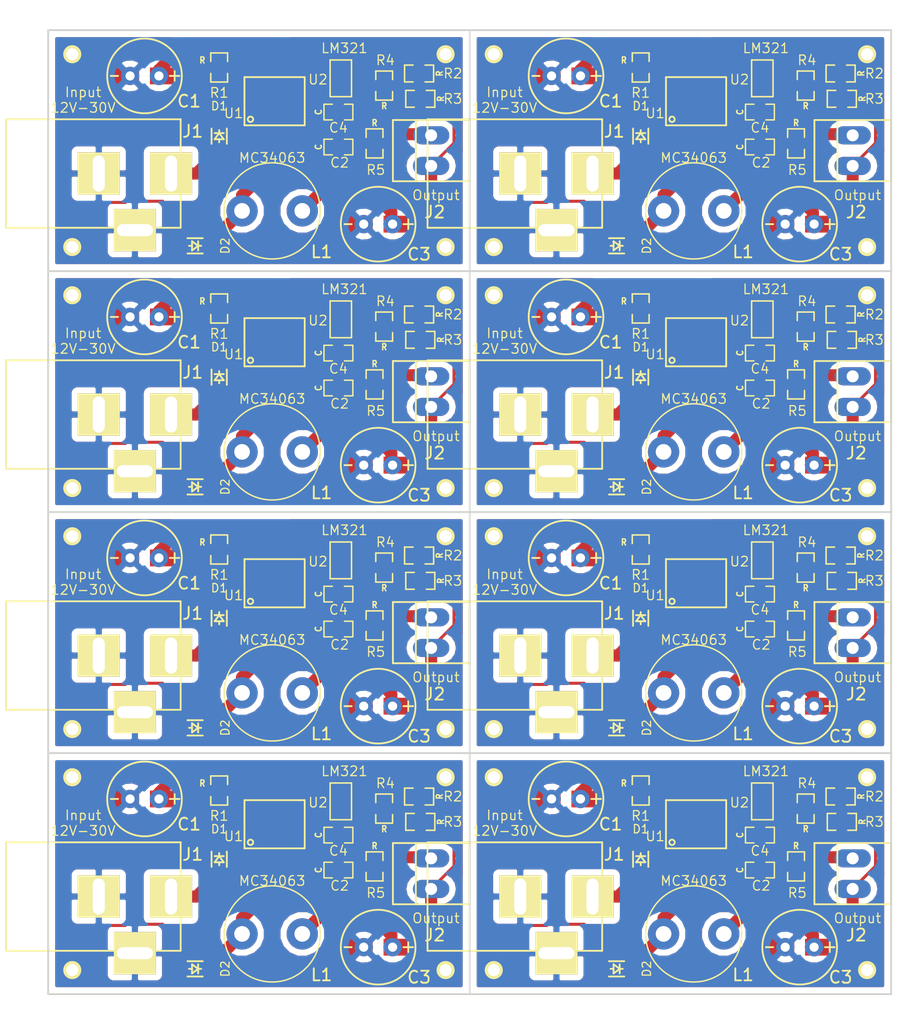
<source format=kicad_pcb>
(kicad_pcb (version 4) (host pcbnew 4.0.7-e2-6376~58~ubuntu14.04.1)
  (layers (0 F.Cu signal) (31 B.Cu signal) (34 B.Paste user) (35 F.Paste user) (36 B.SilkS user) (37 F.SilkS user) (38 B.Mask user hide) (39 F.Mask user hide) (44 Edge.Cuts user))
  (net 0 "")
  (net 1 Earth)
  (net 2 "Net-(C2-Pad1)")
  (net 3 "Net-(C3-Pad1)")
  (net 4 /Vcc)
  (net 5 "Net-(D1-Pad2)")
  (net 6 "Net-(D2-Pad1)")
  (net 7 "Net-(J2-Pad2)")
  (net 8 "Net-(R2-Pad1)")
  (net 9 "Net-(R2-Pad2)")
  (net 10 "Net-(R1-Pad1)")
  (module smps-current-source:SOD-323 (layer F.Cu) (at 136.2 85.4)
    (fp_text reference D2 (at 2.5 0 270) (layer F.SilkS) (effects (font (size 0.7 0.7) (thickness 0.1))))
    (fp_text value CUS15S30 hide)
    (pad 2 smd rect (at -1.2192 0) (size 0.5588 0.6858) (layers F.Cu F.Paste F.Mask) (net 1 Earth))
    (pad 1 smd rect (at 1.2192 0) (size 0.5588 0.6858) (layers F.Cu F.Paste F.Mask) (net 6 "Net-(D2-Pad1)"))
  )
  (module smps-current-source:SOD-323 (layer F.Cu) (at 138.2 76.3 90)
    (fp_text reference D1 (at 2.5 0 360) (layer F.SilkS) (effects (font (size 0.7 0.7) (thickness 0.1))))
    (fp_text value CUS15S30 hide)
    (pad 2 smd rect (at -1.2192 0 90) (size 0.5588 0.6858) (layers F.Cu F.Paste F.Mask) (net 5 "Net-(D1-Pad2)"))
    (pad 1 smd rect (at 1.2192 0 90) (size 0.5588 0.6858) (layers F.Cu F.Paste F.Mask) (net 4 /Vcc))
  )
  (module smps-current-source:THROUGHVIA (layer F.Cu) (at 157 85.5)
    (fp_text reference J3 hide)
    (fp_text value Conn_01x01 hide)
    (pad 1 thru_hole circle (at 0 0) (size 1.5 1.5) (drill 1) (layers *.Cu *.Mask F.SilkS) (net 1 Earth))
  )
  (module smps-current-source:THROUGHVIA (layer F.Cu) (at 126 85.5)
    (fp_text reference J3 hide)
    (fp_text value Conn_01x01 hide)
    (pad 1 thru_hole circle (at 0 0) (size 1.5 1.5) (drill 1) (layers *.Cu *.Mask F.SilkS) (net 1 Earth))
  )
  (module smps-current-source:THROUGHVIA (layer F.Cu) (at 126 69.5)
    (fp_text reference J3 hide)
    (fp_text value Conn_01x01 hide)
    (pad 1 thru_hole circle (at 0 0) (size 1.5 1.5) (drill 1) (layers *.Cu *.Mask F.SilkS) (net 1 Earth))
  )
  (module smps-current-source:SM0603_Capa (layer F.Cu) (at 148.1 77.2)
    (fp_text reference C2 (at 0.1 1.3) (layer F.SilkS) (effects (font (size 0.8 0.8) (thickness 0.1))))
    (fp_text value C (at -1.651 0 90) (layer F.SilkS) (effects (font (size 0.508 0.4572) (thickness 0.1143))))
    (pad 1 smd rect (at -0.762 0) (size 0.635 1.143) (layers F.Cu F.Paste F.Mask) (net 2 "Net-(C2-Pad1)"))
    (pad 2 smd rect (at 0.762 0) (size 0.635 1.143) (layers F.Cu F.Paste F.Mask) (net 1 Earth))
  )
  (module smps-current-source:BARREL_JACK (layer F.Cu) (at 128 79.4)
    (fp_text reference J1 (at 8 -3.5) (layer F.SilkS))
    (fp_text value "Input 12V-30V" hide)
    (pad 1 thru_hole rect (at 6.20014 0) (size 3.50012 3.50012) (drill oval 1 3) (layers *.Cu *.Mask F.SilkS) (net 5 "Net-(D1-Pad2)"))
    (pad 2 thru_hole rect (at 0.20066 0) (size 3.50012 3.50012) (drill oval 1 3) (layers *.Cu *.Mask F.SilkS) (net 1 Earth))
    (pad 3 thru_hole rect (at 3.2004 4.699) (size 3.50012 3.50012) (drill oval 3 1) (layers *.Cu *.Mask F.SilkS) (net 1 Earth))
  )
  (module smps-current-source:PINHEAD1-2 (layer F.Cu) (at 155.8 77.5 90)
    (fp_text reference J2 (at -5.1 0.3 180) (layer F.SilkS))
    (fp_text value Output hide)
    (pad 1 thru_hole oval (at -1.27 0 90) (size 1.50622 3.01498) (drill 1) (layers *.Cu *.Mask) (net 3 "Net-(C3-Pad1)"))
    (pad 2 thru_hole oval (at 1.27 0 90) (size 1.50622 3.01498) (drill 1) (layers *.Cu *.Mask) (net 7 "Net-(J2-Pad2)"))
  )
  (module smps-current-source:L_Radial_D7.8mm_P5.00mm_Fastron_07HCP (layer F.Cu) (at 140.1 82.5)
    (fp_text reference L1 (at 6.6 3.4) (layer F.SilkS))
    (fp_text value L hide)
    (pad 1 thru_hole circle (at 0 0) (size 2.6 2.6) (drill 1.3) (layers *.Cu *.Mask) (net 6 "Net-(D2-Pad1)"))
    (pad 2 thru_hole circle (at 5 0) (size 2.6 2.6) (drill 1.3) (layers *.Cu *.Mask) (net 3 "Net-(C3-Pad1)"))
  )
  (module smps-current-source:SM0603_Resistor (layer F.Cu) (at 138.2 70.6 270)
    (fp_text reference R1 (at 2.1 0 360) (layer F.SilkS) (effects (font (size 0.8 0.8) (thickness 0.1))))
    (fp_text value R (at -0.6 1.4 360) (layer F.SilkS) (effects (font (size 0.508 0.4572) (thickness 0.1143))))
    (pad 1 smd rect (at -0.762 0 270) (size 0.635 1.143) (layers F.Cu F.Paste F.Mask) (net 10 "Net-(R1-Pad1)"))
    (pad 2 smd rect (at 0.762 0 270) (size 0.635 1.143) (layers F.Cu F.Paste F.Mask) (net 4 /Vcc))
  )
  (module smps-current-source:SM0603_Resistor (layer F.Cu) (at 154.8 71.1 180)
    (fp_text reference R2 (at -2.8 0 180) (layer F.SilkS) (effects (font (size 0.8 0.8) (thickness 0.1))))
    (fp_text value R (at -1.69926 0 270) (layer F.SilkS) (effects (font (size 0.508 0.4572) (thickness 0.1143))))
    (pad 1 smd rect (at -0.762 0 180) (size 0.635 1.143) (layers F.Cu F.Paste F.Mask) (net 8 "Net-(R2-Pad1)"))
    (pad 2 smd rect (at 0.762 0 180) (size 0.635 1.143) (layers F.Cu F.Paste F.Mask) (net 9 "Net-(R2-Pad2)"))
  )
  (module smps-current-source:SM0603_Resistor (layer F.Cu) (at 154.9 73.2 180)
    (fp_text reference R3 (at -2.7 0 180) (layer F.SilkS) (effects (font (size 0.8 0.8) (thickness 0.1))))
    (fp_text value R (at -1.69926 0 270) (layer F.SilkS) (effects (font (size 0.508 0.4572) (thickness 0.1143))))
    (pad 1 smd rect (at -0.762 0 180) (size 0.635 1.143) (layers F.Cu F.Paste F.Mask) (net 3 "Net-(C3-Pad1)"))
    (pad 2 smd rect (at 0.762 0 180) (size 0.635 1.143) (layers F.Cu F.Paste F.Mask) (net 8 "Net-(R2-Pad1)"))
  )
  (module smps-current-source:SM0603_Resistor (layer F.Cu) (at 151.9 72.1 90)
    (fp_text reference R4 (at 2.1 0.1 180) (layer F.SilkS) (effects (font (size 0.8 0.8) (thickness 0.1))))
    (fp_text value R (at -1.69926 0 180) (layer F.SilkS) (effects (font (size 0.508 0.4572) (thickness 0.1143))))
    (pad 1 smd rect (at -0.762 0 90) (size 0.635 1.143) (layers F.Cu F.Paste F.Mask) (net 1 Earth))
    (pad 2 smd rect (at 0.762 0 90) (size 0.635 1.143) (layers F.Cu F.Paste F.Mask) (net 9 "Net-(R2-Pad2)"))
  )
  (module smps-current-source:SM0603_Resistor (layer F.Cu) (at 151.1 76.9 270)
    (fp_text reference R5 (at 2.2 -0.1 360) (layer F.SilkS) (effects (font (size 0.8 0.8) (thickness 0.1))))
    (fp_text value R (at -1.69926 0 360) (layer F.SilkS) (effects (font (size 0.508 0.4572) (thickness 0.1143))))
    (pad 1 smd rect (at -0.762 0 270) (size 0.635 1.143) (layers F.Cu F.Paste F.Mask) (net 7 "Net-(J2-Pad2)"))
    (pad 2 smd rect (at 0.762 0 270) (size 0.635 1.143) (layers F.Cu F.Paste F.Mask) (net 1 Earth))
  )
  (module smps-current-source:SOT23-5 (layer F.Cu) (at 148.3 71.5 90)
    (fp_text reference U2 (at -0.1 -1.9 180) (layer F.SilkS) (effects (font (size 0.8 0.8) (thickness 0.1))))
    (fp_text value LM321 (at 2.5 0.3 180) (layer F.SilkS) (effects (font (size 0.8 0.8) (thickness 0.1))))
    (pad 1 smd rect (at -0.9525 1.27 90) (size 0.508 0.762) (layers F.Cu F.Paste F.Mask) (net 7 "Net-(J2-Pad2)"))
    (pad 3 smd rect (at 0.9525 1.27 90) (size 0.508 0.762) (layers F.Cu F.Paste F.Mask) (net 9 "Net-(R2-Pad2)"))
    (pad 5 smd rect (at -0.9525 -1.27 90) (size 0.508 0.762) (layers F.Cu F.Paste F.Mask) (net 4 /Vcc))
    (pad 2 smd rect (at 0 1.27 90) (size 0.508 0.762) (layers F.Cu F.Paste F.Mask) (net 1 Earth))
    (pad 4 smd rect (at 0.9525 -1.27 90) (size 0.508 0.762) (layers F.Cu F.Paste F.Mask) (net 8 "Net-(R2-Pad1)"))
  )
  (module smps-current-source:SM0603_Capa (layer F.Cu) (at 148.1 74.3)
    (fp_text reference C4 (at 0 1.3) (layer F.SilkS) (effects (font (size 0.8 0.8) (thickness 0.1))))
    (fp_text value C (at -1.651 0 90) (layer F.SilkS) (effects (font (size 0.508 0.4572) (thickness 0.1143))))
    (pad 1 smd rect (at -0.762 0) (size 0.635 1.143) (layers F.Cu F.Paste F.Mask) (net 4 /Vcc))
    (pad 2 smd rect (at 0.762 0) (size 0.635 1.143) (layers F.Cu F.Paste F.Mask) (net 1 Earth))
  )
  (module smps-current-source:THROUGHVIA (layer F.Cu) (at 157 69.5)
    (fp_text reference J3 hide)
    (fp_text value Conn_01x01 hide)
    (pad 1 thru_hole circle (at 0 0) (size 1.5 1.5) (drill 1) (layers *.Cu *.Mask F.SilkS) (net 1 Earth))
  )
  (module smps-current-source:SOIC_08_4.0mm_5.0mm_1.27mm (layer F.Cu) (at 142.8 73.4)
    (fp_text reference U1 (at -3.4 1) (layer F.SilkS) (effects (font (size 0.8 0.8) (thickness 0.1))))
    (fp_text value MC34063 (at -0.2 4.7 180) (layer F.SilkS) (effects (font (size 0.8 0.8) (thickness 0.1))))
    (pad 1 smd rect (at -1.905 3.1) (size 0.7 1.6) (layers F.Cu F.Paste F.Mask) (net 10 "Net-(R1-Pad1)"))
    (pad 2 smd rect (at -0.635 3.1) (size 0.7 1.6) (layers F.Cu F.Paste F.Mask) (net 6 "Net-(D2-Pad1)"))
    (pad 3 smd rect (at 0.635 3.1) (size 0.7 1.6) (layers F.Cu F.Paste F.Mask) (net 2 "Net-(C2-Pad1)"))
    (pad 4 smd rect (at 1.905 3.1) (size 0.7 1.6) (layers F.Cu F.Paste F.Mask) (net 1 Earth))
    (pad 5 smd rect (at 1.905 -3.1) (size 0.7 1.6) (layers F.Cu F.Paste F.Mask) (net 8 "Net-(R2-Pad1)"))
    (pad 6 smd rect (at 0.635 -3.1) (size 0.7 1.6) (layers F.Cu F.Paste F.Mask) (net 4 /Vcc))
    (pad 7 smd rect (at -0.635 -3.1) (size 0.7 1.6) (layers F.Cu F.Paste F.Mask) (net 10 "Net-(R1-Pad1)"))
    (pad 8 smd rect (at -1.905 -3.1) (size 0.7 1.6) (layers F.Cu F.Paste F.Mask) (net 10 "Net-(R1-Pad1)"))
  )
  (module smps-current-source:RADIAL_TABBED_2.5mm_6.3mm (layer F.Cu) (at 132 71.3)
    (fp_text reference C1 (at 3.7 2.1) (layer F.SilkS))
    (fp_text value CP hide)
    (pad 1 smd rect (at 1.2 0) (size 3.5 1.4) (drill (offset 1 0)) (layers F.Cu F.Paste F.Mask) (net 4 /Vcc))
    (pad 2 smd rect (at -1.2 0) (size 3.5 1.4) (drill (offset -1 0)) (layers F.Cu F.Paste F.Mask) (net 1 Earth))
    (pad 2 thru_hole circle (at -1.2 0) (size 1.524 1.524) (drill 0.762) (layers *.Cu *.Mask) (net 1 Earth))
    (pad 1 thru_hole circle (at 1.2 0) (size 1.524 1.524) (drill 0.762) (layers *.Cu *.Mask) (net 4 /Vcc))
  )
  (module smps-current-source:RADIAL_TABBED_2.5mm_6.3mm (layer F.Cu) (at 151.4 83.6)
    (fp_text reference C3 (at 3.4 2.5) (layer F.SilkS))
    (fp_text value CP hide)
    (pad 1 smd rect (at 1.2 0) (size 3.5 1.4) (drill (offset 1 0)) (layers F.Cu F.Paste F.Mask) (net 3 "Net-(C3-Pad1)"))
    (pad 2 smd rect (at -1.2 0) (size 3.5 1.4) (drill (offset -1 0)) (layers F.Cu F.Paste F.Mask) (net 1 Earth))
    (pad 2 thru_hole circle (at -1.2 0) (size 1.524 1.524) (drill 0.762) (layers *.Cu *.Mask) (net 1 Earth))
    (pad 1 thru_hole circle (at 1.2 0) (size 1.524 1.524) (drill 0.762) (layers *.Cu *.Mask) (net 3 "Net-(C3-Pad1)"))
  )
  (module smps-current-source:RADIAL_TABBED_2.5mm_6.3mm (layer F.Cu) (at 151.4 63.6)
    (fp_text reference C3 (at 3.4 2.5) (layer F.SilkS))
    (fp_text value CP hide)
    (pad 1 smd rect (at 1.2 0) (size 3.5 1.4) (drill (offset 1 0)) (layers F.Cu F.Paste F.Mask) (net 3 "Net-(C3-Pad1)"))
    (pad 2 smd rect (at -1.2 0) (size 3.5 1.4) (drill (offset -1 0)) (layers F.Cu F.Paste F.Mask) (net 1 Earth))
    (pad 2 thru_hole circle (at -1.2 0) (size 1.524 1.524) (drill 0.762) (layers *.Cu *.Mask) (net 1 Earth))
    (pad 1 thru_hole circle (at 1.2 0) (size 1.524 1.524) (drill 0.762) (layers *.Cu *.Mask) (net 3 "Net-(C3-Pad1)"))
  )
  (module smps-current-source:RADIAL_TABBED_2.5mm_6.3mm (layer F.Cu) (at 132 51.3)
    (fp_text reference C1 (at 3.7 2.1) (layer F.SilkS))
    (fp_text value CP hide)
    (pad 1 smd rect (at 1.2 0) (size 3.5 1.4) (drill (offset 1 0)) (layers F.Cu F.Paste F.Mask) (net 4 /Vcc))
    (pad 2 smd rect (at -1.2 0) (size 3.5 1.4) (drill (offset -1 0)) (layers F.Cu F.Paste F.Mask) (net 1 Earth))
    (pad 2 thru_hole circle (at -1.2 0) (size 1.524 1.524) (drill 0.762) (layers *.Cu *.Mask) (net 1 Earth))
    (pad 1 thru_hole circle (at 1.2 0) (size 1.524 1.524) (drill 0.762) (layers *.Cu *.Mask) (net 4 /Vcc))
  )
  (module smps-current-source:SOIC_08_4.0mm_5.0mm_1.27mm (layer F.Cu) (at 142.8 53.4)
    (fp_text reference U1 (at -3.4 1) (layer F.SilkS) (effects (font (size 0.8 0.8) (thickness 0.1))))
    (fp_text value MC34063 (at -0.2 4.7 180) (layer F.SilkS) (effects (font (size 0.8 0.8) (thickness 0.1))))
    (pad 1 smd rect (at -1.905 3.1) (size 0.7 1.6) (layers F.Cu F.Paste F.Mask) (net 10 "Net-(R1-Pad1)"))
    (pad 2 smd rect (at -0.635 3.1) (size 0.7 1.6) (layers F.Cu F.Paste F.Mask) (net 6 "Net-(D2-Pad1)"))
    (pad 3 smd rect (at 0.635 3.1) (size 0.7 1.6) (layers F.Cu F.Paste F.Mask) (net 2 "Net-(C2-Pad1)"))
    (pad 4 smd rect (at 1.905 3.1) (size 0.7 1.6) (layers F.Cu F.Paste F.Mask) (net 1 Earth))
    (pad 5 smd rect (at 1.905 -3.1) (size 0.7 1.6) (layers F.Cu F.Paste F.Mask) (net 8 "Net-(R2-Pad1)"))
    (pad 6 smd rect (at 0.635 -3.1) (size 0.7 1.6) (layers F.Cu F.Paste F.Mask) (net 4 /Vcc))
    (pad 7 smd rect (at -0.635 -3.1) (size 0.7 1.6) (layers F.Cu F.Paste F.Mask) (net 10 "Net-(R1-Pad1)"))
    (pad 8 smd rect (at -1.905 -3.1) (size 0.7 1.6) (layers F.Cu F.Paste F.Mask) (net 10 "Net-(R1-Pad1)"))
  )
  (module smps-current-source:THROUGHVIA (layer F.Cu) (at 157 49.5)
    (fp_text reference J3 hide)
    (fp_text value Conn_01x01 hide)
    (pad 1 thru_hole circle (at 0 0) (size 1.5 1.5) (drill 1) (layers *.Cu *.Mask F.SilkS) (net 1 Earth))
  )
  (module smps-current-source:SM0603_Capa (layer F.Cu) (at 148.1 54.3)
    (fp_text reference C4 (at 0 1.3) (layer F.SilkS) (effects (font (size 0.8 0.8) (thickness 0.1))))
    (fp_text value C (at -1.651 0 90) (layer F.SilkS) (effects (font (size 0.508 0.4572) (thickness 0.1143))))
    (pad 1 smd rect (at -0.762 0) (size 0.635 1.143) (layers F.Cu F.Paste F.Mask) (net 4 /Vcc))
    (pad 2 smd rect (at 0.762 0) (size 0.635 1.143) (layers F.Cu F.Paste F.Mask) (net 1 Earth))
  )
  (module smps-current-source:SOT23-5 (layer F.Cu) (at 148.3 51.5 90)
    (fp_text reference U2 (at -0.1 -1.9 180) (layer F.SilkS) (effects (font (size 0.8 0.8) (thickness 0.1))))
    (fp_text value LM321 (at 2.5 0.3 180) (layer F.SilkS) (effects (font (size 0.8 0.8) (thickness 0.1))))
    (pad 1 smd rect (at -0.9525 1.27 90) (size 0.508 0.762) (layers F.Cu F.Paste F.Mask) (net 7 "Net-(J2-Pad2)"))
    (pad 3 smd rect (at 0.9525 1.27 90) (size 0.508 0.762) (layers F.Cu F.Paste F.Mask) (net 9 "Net-(R2-Pad2)"))
    (pad 5 smd rect (at -0.9525 -1.27 90) (size 0.508 0.762) (layers F.Cu F.Paste F.Mask) (net 4 /Vcc))
    (pad 2 smd rect (at 0 1.27 90) (size 0.508 0.762) (layers F.Cu F.Paste F.Mask) (net 1 Earth))
    (pad 4 smd rect (at 0.9525 -1.27 90) (size 0.508 0.762) (layers F.Cu F.Paste F.Mask) (net 8 "Net-(R2-Pad1)"))
  )
  (module smps-current-source:SM0603_Resistor (layer F.Cu) (at 151.1 56.9 270)
    (fp_text reference R5 (at 2.2 -0.1 360) (layer F.SilkS) (effects (font (size 0.8 0.8) (thickness 0.1))))
    (fp_text value R (at -1.69926 0 360) (layer F.SilkS) (effects (font (size 0.508 0.4572) (thickness 0.1143))))
    (pad 1 smd rect (at -0.762 0 270) (size 0.635 1.143) (layers F.Cu F.Paste F.Mask) (net 7 "Net-(J2-Pad2)"))
    (pad 2 smd rect (at 0.762 0 270) (size 0.635 1.143) (layers F.Cu F.Paste F.Mask) (net 1 Earth))
  )
  (module smps-current-source:SM0603_Resistor (layer F.Cu) (at 151.9 52.1 90)
    (fp_text reference R4 (at 2.1 0.1 180) (layer F.SilkS) (effects (font (size 0.8 0.8) (thickness 0.1))))
    (fp_text value R (at -1.69926 0 180) (layer F.SilkS) (effects (font (size 0.508 0.4572) (thickness 0.1143))))
    (pad 1 smd rect (at -0.762 0 90) (size 0.635 1.143) (layers F.Cu F.Paste F.Mask) (net 1 Earth))
    (pad 2 smd rect (at 0.762 0 90) (size 0.635 1.143) (layers F.Cu F.Paste F.Mask) (net 9 "Net-(R2-Pad2)"))
  )
  (module smps-current-source:SM0603_Resistor (layer F.Cu) (at 154.9 53.2 180)
    (fp_text reference R3 (at -2.7 0 180) (layer F.SilkS) (effects (font (size 0.8 0.8) (thickness 0.1))))
    (fp_text value R (at -1.69926 0 270) (layer F.SilkS) (effects (font (size 0.508 0.4572) (thickness 0.1143))))
    (pad 1 smd rect (at -0.762 0 180) (size 0.635 1.143) (layers F.Cu F.Paste F.Mask) (net 3 "Net-(C3-Pad1)"))
    (pad 2 smd rect (at 0.762 0 180) (size 0.635 1.143) (layers F.Cu F.Paste F.Mask) (net 8 "Net-(R2-Pad1)"))
  )
  (module smps-current-source:SM0603_Resistor (layer F.Cu) (at 154.8 51.1 180)
    (fp_text reference R2 (at -2.8 0 180) (layer F.SilkS) (effects (font (size 0.8 0.8) (thickness 0.1))))
    (fp_text value R (at -1.69926 0 270) (layer F.SilkS) (effects (font (size 0.508 0.4572) (thickness 0.1143))))
    (pad 1 smd rect (at -0.762 0 180) (size 0.635 1.143) (layers F.Cu F.Paste F.Mask) (net 8 "Net-(R2-Pad1)"))
    (pad 2 smd rect (at 0.762 0 180) (size 0.635 1.143) (layers F.Cu F.Paste F.Mask) (net 9 "Net-(R2-Pad2)"))
  )
  (module smps-current-source:SM0603_Resistor (layer F.Cu) (at 138.2 50.6 270)
    (fp_text reference R1 (at 2.1 0 360) (layer F.SilkS) (effects (font (size 0.8 0.8) (thickness 0.1))))
    (fp_text value R (at -0.6 1.4 360) (layer F.SilkS) (effects (font (size 0.508 0.4572) (thickness 0.1143))))
    (pad 1 smd rect (at -0.762 0 270) (size 0.635 1.143) (layers F.Cu F.Paste F.Mask) (net 10 "Net-(R1-Pad1)"))
    (pad 2 smd rect (at 0.762 0 270) (size 0.635 1.143) (layers F.Cu F.Paste F.Mask) (net 4 /Vcc))
  )
  (module smps-current-source:L_Radial_D7.8mm_P5.00mm_Fastron_07HCP (layer F.Cu) (at 140.1 62.5)
    (fp_text reference L1 (at 6.6 3.4) (layer F.SilkS))
    (fp_text value L hide)
    (pad 1 thru_hole circle (at 0 0) (size 2.6 2.6) (drill 1.3) (layers *.Cu *.Mask) (net 6 "Net-(D2-Pad1)"))
    (pad 2 thru_hole circle (at 5 0) (size 2.6 2.6) (drill 1.3) (layers *.Cu *.Mask) (net 3 "Net-(C3-Pad1)"))
  )
  (module smps-current-source:PINHEAD1-2 (layer F.Cu) (at 155.8 57.5 90)
    (fp_text reference J2 (at -5.1 0.3 180) (layer F.SilkS))
    (fp_text value Output hide)
    (pad 1 thru_hole oval (at -1.27 0 90) (size 1.50622 3.01498) (drill 1) (layers *.Cu *.Mask) (net 3 "Net-(C3-Pad1)"))
    (pad 2 thru_hole oval (at 1.27 0 90) (size 1.50622 3.01498) (drill 1) (layers *.Cu *.Mask) (net 7 "Net-(J2-Pad2)"))
  )
  (module smps-current-source:BARREL_JACK (layer F.Cu) (at 128 59.4)
    (fp_text reference J1 (at 8 -3.5) (layer F.SilkS))
    (fp_text value "Input 12V-30V" hide)
    (pad 1 thru_hole rect (at 6.20014 0) (size 3.50012 3.50012) (drill oval 1 3) (layers *.Cu *.Mask F.SilkS) (net 5 "Net-(D1-Pad2)"))
    (pad 2 thru_hole rect (at 0.20066 0) (size 3.50012 3.50012) (drill oval 1 3) (layers *.Cu *.Mask F.SilkS) (net 1 Earth))
    (pad 3 thru_hole rect (at 3.2004 4.699) (size 3.50012 3.50012) (drill oval 3 1) (layers *.Cu *.Mask F.SilkS) (net 1 Earth))
  )
  (module smps-current-source:SM0603_Capa (layer F.Cu) (at 148.1 57.2)
    (fp_text reference C2 (at 0.1 1.3) (layer F.SilkS) (effects (font (size 0.8 0.8) (thickness 0.1))))
    (fp_text value C (at -1.651 0 90) (layer F.SilkS) (effects (font (size 0.508 0.4572) (thickness 0.1143))))
    (pad 1 smd rect (at -0.762 0) (size 0.635 1.143) (layers F.Cu F.Paste F.Mask) (net 2 "Net-(C2-Pad1)"))
    (pad 2 smd rect (at 0.762 0) (size 0.635 1.143) (layers F.Cu F.Paste F.Mask) (net 1 Earth))
  )
  (module smps-current-source:THROUGHVIA (layer F.Cu) (at 126 49.5)
    (fp_text reference J3 hide)
    (fp_text value Conn_01x01 hide)
    (pad 1 thru_hole circle (at 0 0) (size 1.5 1.5) (drill 1) (layers *.Cu *.Mask F.SilkS) (net 1 Earth))
  )
  (module smps-current-source:THROUGHVIA (layer F.Cu) (at 126 65.5)
    (fp_text reference J3 hide)
    (fp_text value Conn_01x01 hide)
    (pad 1 thru_hole circle (at 0 0) (size 1.5 1.5) (drill 1) (layers *.Cu *.Mask F.SilkS) (net 1 Earth))
  )
  (module smps-current-source:THROUGHVIA (layer F.Cu) (at 157 65.5)
    (fp_text reference J3 hide)
    (fp_text value Conn_01x01 hide)
    (pad 1 thru_hole circle (at 0 0) (size 1.5 1.5) (drill 1) (layers *.Cu *.Mask F.SilkS) (net 1 Earth))
  )
  (module smps-current-source:SOD-323 (layer F.Cu) (at 138.2 56.3 90)
    (fp_text reference D1 (at 2.5 0 360) (layer F.SilkS) (effects (font (size 0.7 0.7) (thickness 0.1))))
    (fp_text value CUS15S30 hide)
    (pad 2 smd rect (at -1.2192 0 90) (size 0.5588 0.6858) (layers F.Cu F.Paste F.Mask) (net 5 "Net-(D1-Pad2)"))
    (pad 1 smd rect (at 1.2192 0 90) (size 0.5588 0.6858) (layers F.Cu F.Paste F.Mask) (net 4 /Vcc))
  )
  (module smps-current-source:SOD-323 (layer F.Cu) (at 136.2 65.4)
    (fp_text reference D2 (at 2.5 0 270) (layer F.SilkS) (effects (font (size 0.7 0.7) (thickness 0.1))))
    (fp_text value CUS15S30 hide)
    (pad 2 smd rect (at -1.2192 0) (size 0.5588 0.6858) (layers F.Cu F.Paste F.Mask) (net 1 Earth))
    (pad 1 smd rect (at 1.2192 0) (size 0.5588 0.6858) (layers F.Cu F.Paste F.Mask) (net 6 "Net-(D2-Pad1)"))
  )
  (module smps-current-source:SOD-323 (layer F.Cu) (at 101.2 65.4)
    (fp_text reference D2 (at 2.5 0 270) (layer F.SilkS) (effects (font (size 0.7 0.7) (thickness 0.1))))
    (fp_text value CUS15S30 hide)
    (pad 2 smd rect (at -1.2192 0) (size 0.5588 0.6858) (layers F.Cu F.Paste F.Mask) (net 1 Earth))
    (pad 1 smd rect (at 1.2192 0) (size 0.5588 0.6858) (layers F.Cu F.Paste F.Mask) (net 6 "Net-(D2-Pad1)"))
  )
  (module smps-current-source:SOD-323 (layer F.Cu) (at 103.2 56.3 90)
    (fp_text reference D1 (at 2.5 0 360) (layer F.SilkS) (effects (font (size 0.7 0.7) (thickness 0.1))))
    (fp_text value CUS15S30 hide)
    (pad 2 smd rect (at -1.2192 0 90) (size 0.5588 0.6858) (layers F.Cu F.Paste F.Mask) (net 5 "Net-(D1-Pad2)"))
    (pad 1 smd rect (at 1.2192 0 90) (size 0.5588 0.6858) (layers F.Cu F.Paste F.Mask) (net 4 /Vcc))
  )
  (module smps-current-source:THROUGHVIA (layer F.Cu) (at 122 65.5)
    (fp_text reference J3 hide)
    (fp_text value Conn_01x01 hide)
    (pad 1 thru_hole circle (at 0 0) (size 1.5 1.5) (drill 1) (layers *.Cu *.Mask F.SilkS) (net 1 Earth))
  )
  (module smps-current-source:THROUGHVIA (layer F.Cu) (at 91 65.5)
    (fp_text reference J3 hide)
    (fp_text value Conn_01x01 hide)
    (pad 1 thru_hole circle (at 0 0) (size 1.5 1.5) (drill 1) (layers *.Cu *.Mask F.SilkS) (net 1 Earth))
  )
  (module smps-current-source:THROUGHVIA (layer F.Cu) (at 91 49.5)
    (fp_text reference J3 hide)
    (fp_text value Conn_01x01 hide)
    (pad 1 thru_hole circle (at 0 0) (size 1.5 1.5) (drill 1) (layers *.Cu *.Mask F.SilkS) (net 1 Earth))
  )
  (module smps-current-source:SM0603_Capa (layer F.Cu) (at 113.1 57.2)
    (fp_text reference C2 (at 0.1 1.3) (layer F.SilkS) (effects (font (size 0.8 0.8) (thickness 0.1))))
    (fp_text value C (at -1.651 0 90) (layer F.SilkS) (effects (font (size 0.508 0.4572) (thickness 0.1143))))
    (pad 1 smd rect (at -0.762 0) (size 0.635 1.143) (layers F.Cu F.Paste F.Mask) (net 2 "Net-(C2-Pad1)"))
    (pad 2 smd rect (at 0.762 0) (size 0.635 1.143) (layers F.Cu F.Paste F.Mask) (net 1 Earth))
  )
  (module smps-current-source:BARREL_JACK (layer F.Cu) (at 93 59.4)
    (fp_text reference J1 (at 8 -3.5) (layer F.SilkS))
    (fp_text value "Input 12V-30V" hide)
    (pad 1 thru_hole rect (at 6.20014 0) (size 3.50012 3.50012) (drill oval 1 3) (layers *.Cu *.Mask F.SilkS) (net 5 "Net-(D1-Pad2)"))
    (pad 2 thru_hole rect (at 0.20066 0) (size 3.50012 3.50012) (drill oval 1 3) (layers *.Cu *.Mask F.SilkS) (net 1 Earth))
    (pad 3 thru_hole rect (at 3.2004 4.699) (size 3.50012 3.50012) (drill oval 3 1) (layers *.Cu *.Mask F.SilkS) (net 1 Earth))
  )
  (module smps-current-source:PINHEAD1-2 (layer F.Cu) (at 120.8 57.5 90)
    (fp_text reference J2 (at -5.1 0.3 180) (layer F.SilkS))
    (fp_text value Output hide)
    (pad 1 thru_hole oval (at -1.27 0 90) (size 1.50622 3.01498) (drill 1) (layers *.Cu *.Mask) (net 3 "Net-(C3-Pad1)"))
    (pad 2 thru_hole oval (at 1.27 0 90) (size 1.50622 3.01498) (drill 1) (layers *.Cu *.Mask) (net 7 "Net-(J2-Pad2)"))
  )
  (module smps-current-source:L_Radial_D7.8mm_P5.00mm_Fastron_07HCP (layer F.Cu) (at 105.1 62.5)
    (fp_text reference L1 (at 6.6 3.4) (layer F.SilkS))
    (fp_text value L hide)
    (pad 1 thru_hole circle (at 0 0) (size 2.6 2.6) (drill 1.3) (layers *.Cu *.Mask) (net 6 "Net-(D2-Pad1)"))
    (pad 2 thru_hole circle (at 5 0) (size 2.6 2.6) (drill 1.3) (layers *.Cu *.Mask) (net 3 "Net-(C3-Pad1)"))
  )
  (module smps-current-source:SM0603_Resistor (layer F.Cu) (at 103.2 50.6 270)
    (fp_text reference R1 (at 2.1 0 360) (layer F.SilkS) (effects (font (size 0.8 0.8) (thickness 0.1))))
    (fp_text value R (at -0.6 1.4 360) (layer F.SilkS) (effects (font (size 0.508 0.4572) (thickness 0.1143))))
    (pad 1 smd rect (at -0.762 0 270) (size 0.635 1.143) (layers F.Cu F.Paste F.Mask) (net 10 "Net-(R1-Pad1)"))
    (pad 2 smd rect (at 0.762 0 270) (size 0.635 1.143) (layers F.Cu F.Paste F.Mask) (net 4 /Vcc))
  )
  (module smps-current-source:SM0603_Resistor (layer F.Cu) (at 119.8 51.1 180)
    (fp_text reference R2 (at -2.8 0 180) (layer F.SilkS) (effects (font (size 0.8 0.8) (thickness 0.1))))
    (fp_text value R (at -1.69926 0 270) (layer F.SilkS) (effects (font (size 0.508 0.4572) (thickness 0.1143))))
    (pad 1 smd rect (at -0.762 0 180) (size 0.635 1.143) (layers F.Cu F.Paste F.Mask) (net 8 "Net-(R2-Pad1)"))
    (pad 2 smd rect (at 0.762 0 180) (size 0.635 1.143) (layers F.Cu F.Paste F.Mask) (net 9 "Net-(R2-Pad2)"))
  )
  (module smps-current-source:SM0603_Resistor (layer F.Cu) (at 119.9 53.2 180)
    (fp_text reference R3 (at -2.7 0 180) (layer F.SilkS) (effects (font (size 0.8 0.8) (thickness 0.1))))
    (fp_text value R (at -1.69926 0 270) (layer F.SilkS) (effects (font (size 0.508 0.4572) (thickness 0.1143))))
    (pad 1 smd rect (at -0.762 0 180) (size 0.635 1.143) (layers F.Cu F.Paste F.Mask) (net 3 "Net-(C3-Pad1)"))
    (pad 2 smd rect (at 0.762 0 180) (size 0.635 1.143) (layers F.Cu F.Paste F.Mask) (net 8 "Net-(R2-Pad1)"))
  )
  (module smps-current-source:SM0603_Resistor (layer F.Cu) (at 116.9 52.1 90)
    (fp_text reference R4 (at 2.1 0.1 180) (layer F.SilkS) (effects (font (size 0.8 0.8) (thickness 0.1))))
    (fp_text value R (at -1.69926 0 180) (layer F.SilkS) (effects (font (size 0.508 0.4572) (thickness 0.1143))))
    (pad 1 smd rect (at -0.762 0 90) (size 0.635 1.143) (layers F.Cu F.Paste F.Mask) (net 1 Earth))
    (pad 2 smd rect (at 0.762 0 90) (size 0.635 1.143) (layers F.Cu F.Paste F.Mask) (net 9 "Net-(R2-Pad2)"))
  )
  (module smps-current-source:SM0603_Resistor (layer F.Cu) (at 116.1 56.9 270)
    (fp_text reference R5 (at 2.2 -0.1 360) (layer F.SilkS) (effects (font (size 0.8 0.8) (thickness 0.1))))
    (fp_text value R (at -1.69926 0 360) (layer F.SilkS) (effects (font (size 0.508 0.4572) (thickness 0.1143))))
    (pad 1 smd rect (at -0.762 0 270) (size 0.635 1.143) (layers F.Cu F.Paste F.Mask) (net 7 "Net-(J2-Pad2)"))
    (pad 2 smd rect (at 0.762 0 270) (size 0.635 1.143) (layers F.Cu F.Paste F.Mask) (net 1 Earth))
  )
  (module smps-current-source:SOT23-5 (layer F.Cu) (at 113.3 51.5 90)
    (fp_text reference U2 (at -0.1 -1.9 180) (layer F.SilkS) (effects (font (size 0.8 0.8) (thickness 0.1))))
    (fp_text value LM321 (at 2.5 0.3 180) (layer F.SilkS) (effects (font (size 0.8 0.8) (thickness 0.1))))
    (pad 1 smd rect (at -0.9525 1.27 90) (size 0.508 0.762) (layers F.Cu F.Paste F.Mask) (net 7 "Net-(J2-Pad2)"))
    (pad 3 smd rect (at 0.9525 1.27 90) (size 0.508 0.762) (layers F.Cu F.Paste F.Mask) (net 9 "Net-(R2-Pad2)"))
    (pad 5 smd rect (at -0.9525 -1.27 90) (size 0.508 0.762) (layers F.Cu F.Paste F.Mask) (net 4 /Vcc))
    (pad 2 smd rect (at 0 1.27 90) (size 0.508 0.762) (layers F.Cu F.Paste F.Mask) (net 1 Earth))
    (pad 4 smd rect (at 0.9525 -1.27 90) (size 0.508 0.762) (layers F.Cu F.Paste F.Mask) (net 8 "Net-(R2-Pad1)"))
  )
  (module smps-current-source:SM0603_Capa (layer F.Cu) (at 113.1 54.3)
    (fp_text reference C4 (at 0 1.3) (layer F.SilkS) (effects (font (size 0.8 0.8) (thickness 0.1))))
    (fp_text value C (at -1.651 0 90) (layer F.SilkS) (effects (font (size 0.508 0.4572) (thickness 0.1143))))
    (pad 1 smd rect (at -0.762 0) (size 0.635 1.143) (layers F.Cu F.Paste F.Mask) (net 4 /Vcc))
    (pad 2 smd rect (at 0.762 0) (size 0.635 1.143) (layers F.Cu F.Paste F.Mask) (net 1 Earth))
  )
  (module smps-current-source:THROUGHVIA (layer F.Cu) (at 122 49.5)
    (fp_text reference J3 hide)
    (fp_text value Conn_01x01 hide)
    (pad 1 thru_hole circle (at 0 0) (size 1.5 1.5) (drill 1) (layers *.Cu *.Mask F.SilkS) (net 1 Earth))
  )
  (module smps-current-source:SOIC_08_4.0mm_5.0mm_1.27mm (layer F.Cu) (at 107.8 53.4)
    (fp_text reference U1 (at -3.4 1) (layer F.SilkS) (effects (font (size 0.8 0.8) (thickness 0.1))))
    (fp_text value MC34063 (at -0.2 4.7 180) (layer F.SilkS) (effects (font (size 0.8 0.8) (thickness 0.1))))
    (pad 1 smd rect (at -1.905 3.1) (size 0.7 1.6) (layers F.Cu F.Paste F.Mask) (net 10 "Net-(R1-Pad1)"))
    (pad 2 smd rect (at -0.635 3.1) (size 0.7 1.6) (layers F.Cu F.Paste F.Mask) (net 6 "Net-(D2-Pad1)"))
    (pad 3 smd rect (at 0.635 3.1) (size 0.7 1.6) (layers F.Cu F.Paste F.Mask) (net 2 "Net-(C2-Pad1)"))
    (pad 4 smd rect (at 1.905 3.1) (size 0.7 1.6) (layers F.Cu F.Paste F.Mask) (net 1 Earth))
    (pad 5 smd rect (at 1.905 -3.1) (size 0.7 1.6) (layers F.Cu F.Paste F.Mask) (net 8 "Net-(R2-Pad1)"))
    (pad 6 smd rect (at 0.635 -3.1) (size 0.7 1.6) (layers F.Cu F.Paste F.Mask) (net 4 /Vcc))
    (pad 7 smd rect (at -0.635 -3.1) (size 0.7 1.6) (layers F.Cu F.Paste F.Mask) (net 10 "Net-(R1-Pad1)"))
    (pad 8 smd rect (at -1.905 -3.1) (size 0.7 1.6) (layers F.Cu F.Paste F.Mask) (net 10 "Net-(R1-Pad1)"))
  )
  (module smps-current-source:RADIAL_TABBED_2.5mm_6.3mm (layer F.Cu) (at 97 51.3)
    (fp_text reference C1 (at 3.7 2.1) (layer F.SilkS))
    (fp_text value CP hide)
    (pad 1 smd rect (at 1.2 0) (size 3.5 1.4) (drill (offset 1 0)) (layers F.Cu F.Paste F.Mask) (net 4 /Vcc))
    (pad 2 smd rect (at -1.2 0) (size 3.5 1.4) (drill (offset -1 0)) (layers F.Cu F.Paste F.Mask) (net 1 Earth))
    (pad 2 thru_hole circle (at -1.2 0) (size 1.524 1.524) (drill 0.762) (layers *.Cu *.Mask) (net 1 Earth))
    (pad 1 thru_hole circle (at 1.2 0) (size 1.524 1.524) (drill 0.762) (layers *.Cu *.Mask) (net 4 /Vcc))
  )
  (module smps-current-source:RADIAL_TABBED_2.5mm_6.3mm (layer F.Cu) (at 116.4 63.6)
    (fp_text reference C3 (at 3.4 2.5) (layer F.SilkS))
    (fp_text value CP hide)
    (pad 1 smd rect (at 1.2 0) (size 3.5 1.4) (drill (offset 1 0)) (layers F.Cu F.Paste F.Mask) (net 3 "Net-(C3-Pad1)"))
    (pad 2 smd rect (at -1.2 0) (size 3.5 1.4) (drill (offset -1 0)) (layers F.Cu F.Paste F.Mask) (net 1 Earth))
    (pad 2 thru_hole circle (at -1.2 0) (size 1.524 1.524) (drill 0.762) (layers *.Cu *.Mask) (net 1 Earth))
    (pad 1 thru_hole circle (at 1.2 0) (size 1.524 1.524) (drill 0.762) (layers *.Cu *.Mask) (net 3 "Net-(C3-Pad1)"))
  )
  (module smps-current-source:RADIAL_TABBED_2.5mm_6.3mm (layer F.Cu) (at 116.4 83.6)
    (fp_text reference C3 (at 3.4 2.5) (layer F.SilkS))
    (fp_text value CP hide)
    (pad 1 smd rect (at 1.2 0) (size 3.5 1.4) (drill (offset 1 0)) (layers F.Cu F.Paste F.Mask) (net 3 "Net-(C3-Pad1)"))
    (pad 2 smd rect (at -1.2 0) (size 3.5 1.4) (drill (offset -1 0)) (layers F.Cu F.Paste F.Mask) (net 1 Earth))
    (pad 2 thru_hole circle (at -1.2 0) (size 1.524 1.524) (drill 0.762) (layers *.Cu *.Mask) (net 1 Earth))
    (pad 1 thru_hole circle (at 1.2 0) (size 1.524 1.524) (drill 0.762) (layers *.Cu *.Mask) (net 3 "Net-(C3-Pad1)"))
  )
  (module smps-current-source:RADIAL_TABBED_2.5mm_6.3mm (layer F.Cu) (at 97 71.3)
    (fp_text reference C1 (at 3.7 2.1) (layer F.SilkS))
    (fp_text value CP hide)
    (pad 1 smd rect (at 1.2 0) (size 3.5 1.4) (drill (offset 1 0)) (layers F.Cu F.Paste F.Mask) (net 4 /Vcc))
    (pad 2 smd rect (at -1.2 0) (size 3.5 1.4) (drill (offset -1 0)) (layers F.Cu F.Paste F.Mask) (net 1 Earth))
    (pad 2 thru_hole circle (at -1.2 0) (size 1.524 1.524) (drill 0.762) (layers *.Cu *.Mask) (net 1 Earth))
    (pad 1 thru_hole circle (at 1.2 0) (size 1.524 1.524) (drill 0.762) (layers *.Cu *.Mask) (net 4 /Vcc))
  )
  (module smps-current-source:SOIC_08_4.0mm_5.0mm_1.27mm (layer F.Cu) (at 107.8 73.4)
    (fp_text reference U1 (at -3.4 1) (layer F.SilkS) (effects (font (size 0.8 0.8) (thickness 0.1))))
    (fp_text value MC34063 (at -0.2 4.7 180) (layer F.SilkS) (effects (font (size 0.8 0.8) (thickness 0.1))))
    (pad 1 smd rect (at -1.905 3.1) (size 0.7 1.6) (layers F.Cu F.Paste F.Mask) (net 10 "Net-(R1-Pad1)"))
    (pad 2 smd rect (at -0.635 3.1) (size 0.7 1.6) (layers F.Cu F.Paste F.Mask) (net 6 "Net-(D2-Pad1)"))
    (pad 3 smd rect (at 0.635 3.1) (size 0.7 1.6) (layers F.Cu F.Paste F.Mask) (net 2 "Net-(C2-Pad1)"))
    (pad 4 smd rect (at 1.905 3.1) (size 0.7 1.6) (layers F.Cu F.Paste F.Mask) (net 1 Earth))
    (pad 5 smd rect (at 1.905 -3.1) (size 0.7 1.6) (layers F.Cu F.Paste F.Mask) (net 8 "Net-(R2-Pad1)"))
    (pad 6 smd rect (at 0.635 -3.1) (size 0.7 1.6) (layers F.Cu F.Paste F.Mask) (net 4 /Vcc))
    (pad 7 smd rect (at -0.635 -3.1) (size 0.7 1.6) (layers F.Cu F.Paste F.Mask) (net 10 "Net-(R1-Pad1)"))
    (pad 8 smd rect (at -1.905 -3.1) (size 0.7 1.6) (layers F.Cu F.Paste F.Mask) (net 10 "Net-(R1-Pad1)"))
  )
  (module smps-current-source:THROUGHVIA (layer F.Cu) (at 122 69.5)
    (fp_text reference J3 hide)
    (fp_text value Conn_01x01 hide)
    (pad 1 thru_hole circle (at 0 0) (size 1.5 1.5) (drill 1) (layers *.Cu *.Mask F.SilkS) (net 1 Earth))
  )
  (module smps-current-source:SM0603_Capa (layer F.Cu) (at 113.1 74.3)
    (fp_text reference C4 (at 0 1.3) (layer F.SilkS) (effects (font (size 0.8 0.8) (thickness 0.1))))
    (fp_text value C (at -1.651 0 90) (layer F.SilkS) (effects (font (size 0.508 0.4572) (thickness 0.1143))))
    (pad 1 smd rect (at -0.762 0) (size 0.635 1.143) (layers F.Cu F.Paste F.Mask) (net 4 /Vcc))
    (pad 2 smd rect (at 0.762 0) (size 0.635 1.143) (layers F.Cu F.Paste F.Mask) (net 1 Earth))
  )
  (module smps-current-source:SOT23-5 (layer F.Cu) (at 113.3 71.5 90)
    (fp_text reference U2 (at -0.1 -1.9 180) (layer F.SilkS) (effects (font (size 0.8 0.8) (thickness 0.1))))
    (fp_text value LM321 (at 2.5 0.3 180) (layer F.SilkS) (effects (font (size 0.8 0.8) (thickness 0.1))))
    (pad 1 smd rect (at -0.9525 1.27 90) (size 0.508 0.762) (layers F.Cu F.Paste F.Mask) (net 7 "Net-(J2-Pad2)"))
    (pad 3 smd rect (at 0.9525 1.27 90) (size 0.508 0.762) (layers F.Cu F.Paste F.Mask) (net 9 "Net-(R2-Pad2)"))
    (pad 5 smd rect (at -0.9525 -1.27 90) (size 0.508 0.762) (layers F.Cu F.Paste F.Mask) (net 4 /Vcc))
    (pad 2 smd rect (at 0 1.27 90) (size 0.508 0.762) (layers F.Cu F.Paste F.Mask) (net 1 Earth))
    (pad 4 smd rect (at 0.9525 -1.27 90) (size 0.508 0.762) (layers F.Cu F.Paste F.Mask) (net 8 "Net-(R2-Pad1)"))
  )
  (module smps-current-source:SM0603_Resistor (layer F.Cu) (at 116.1 76.9 270)
    (fp_text reference R5 (at 2.2 -0.1 360) (layer F.SilkS) (effects (font (size 0.8 0.8) (thickness 0.1))))
    (fp_text value R (at -1.69926 0 360) (layer F.SilkS) (effects (font (size 0.508 0.4572) (thickness 0.1143))))
    (pad 1 smd rect (at -0.762 0 270) (size 0.635 1.143) (layers F.Cu F.Paste F.Mask) (net 7 "Net-(J2-Pad2)"))
    (pad 2 smd rect (at 0.762 0 270) (size 0.635 1.143) (layers F.Cu F.Paste F.Mask) (net 1 Earth))
  )
  (module smps-current-source:SM0603_Resistor (layer F.Cu) (at 116.9 72.1 90)
    (fp_text reference R4 (at 2.1 0.1 180) (layer F.SilkS) (effects (font (size 0.8 0.8) (thickness 0.1))))
    (fp_text value R (at -1.69926 0 180) (layer F.SilkS) (effects (font (size 0.508 0.4572) (thickness 0.1143))))
    (pad 1 smd rect (at -0.762 0 90) (size 0.635 1.143) (layers F.Cu F.Paste F.Mask) (net 1 Earth))
    (pad 2 smd rect (at 0.762 0 90) (size 0.635 1.143) (layers F.Cu F.Paste F.Mask) (net 9 "Net-(R2-Pad2)"))
  )
  (module smps-current-source:SM0603_Resistor (layer F.Cu) (at 119.9 73.2 180)
    (fp_text reference R3 (at -2.7 0 180) (layer F.SilkS) (effects (font (size 0.8 0.8) (thickness 0.1))))
    (fp_text value R (at -1.69926 0 270) (layer F.SilkS) (effects (font (size 0.508 0.4572) (thickness 0.1143))))
    (pad 1 smd rect (at -0.762 0 180) (size 0.635 1.143) (layers F.Cu F.Paste F.Mask) (net 3 "Net-(C3-Pad1)"))
    (pad 2 smd rect (at 0.762 0 180) (size 0.635 1.143) (layers F.Cu F.Paste F.Mask) (net 8 "Net-(R2-Pad1)"))
  )
  (module smps-current-source:SM0603_Resistor (layer F.Cu) (at 119.8 71.1 180)
    (fp_text reference R2 (at -2.8 0 180) (layer F.SilkS) (effects (font (size 0.8 0.8) (thickness 0.1))))
    (fp_text value R (at -1.69926 0 270) (layer F.SilkS) (effects (font (size 0.508 0.4572) (thickness 0.1143))))
    (pad 1 smd rect (at -0.762 0 180) (size 0.635 1.143) (layers F.Cu F.Paste F.Mask) (net 8 "Net-(R2-Pad1)"))
    (pad 2 smd rect (at 0.762 0 180) (size 0.635 1.143) (layers F.Cu F.Paste F.Mask) (net 9 "Net-(R2-Pad2)"))
  )
  (module smps-current-source:SM0603_Resistor (layer F.Cu) (at 103.2 70.6 270)
    (fp_text reference R1 (at 2.1 0 360) (layer F.SilkS) (effects (font (size 0.8 0.8) (thickness 0.1))))
    (fp_text value R (at -0.6 1.4 360) (layer F.SilkS) (effects (font (size 0.508 0.4572) (thickness 0.1143))))
    (pad 1 smd rect (at -0.762 0 270) (size 0.635 1.143) (layers F.Cu F.Paste F.Mask) (net 10 "Net-(R1-Pad1)"))
    (pad 2 smd rect (at 0.762 0 270) (size 0.635 1.143) (layers F.Cu F.Paste F.Mask) (net 4 /Vcc))
  )
  (module smps-current-source:L_Radial_D7.8mm_P5.00mm_Fastron_07HCP (layer F.Cu) (at 105.1 82.5)
    (fp_text reference L1 (at 6.6 3.4) (layer F.SilkS))
    (fp_text value L hide)
    (pad 1 thru_hole circle (at 0 0) (size 2.6 2.6) (drill 1.3) (layers *.Cu *.Mask) (net 6 "Net-(D2-Pad1)"))
    (pad 2 thru_hole circle (at 5 0) (size 2.6 2.6) (drill 1.3) (layers *.Cu *.Mask) (net 3 "Net-(C3-Pad1)"))
  )
  (module smps-current-source:PINHEAD1-2 (layer F.Cu) (at 120.8 77.5 90)
    (fp_text reference J2 (at -5.1 0.3 180) (layer F.SilkS))
    (fp_text value Output hide)
    (pad 1 thru_hole oval (at -1.27 0 90) (size 1.50622 3.01498) (drill 1) (layers *.Cu *.Mask) (net 3 "Net-(C3-Pad1)"))
    (pad 2 thru_hole oval (at 1.27 0 90) (size 1.50622 3.01498) (drill 1) (layers *.Cu *.Mask) (net 7 "Net-(J2-Pad2)"))
  )
  (module smps-current-source:BARREL_JACK (layer F.Cu) (at 93 79.4)
    (fp_text reference J1 (at 8 -3.5) (layer F.SilkS))
    (fp_text value "Input 12V-30V" hide)
    (pad 1 thru_hole rect (at 6.20014 0) (size 3.50012 3.50012) (drill oval 1 3) (layers *.Cu *.Mask F.SilkS) (net 5 "Net-(D1-Pad2)"))
    (pad 2 thru_hole rect (at 0.20066 0) (size 3.50012 3.50012) (drill oval 1 3) (layers *.Cu *.Mask F.SilkS) (net 1 Earth))
    (pad 3 thru_hole rect (at 3.2004 4.699) (size 3.50012 3.50012) (drill oval 3 1) (layers *.Cu *.Mask F.SilkS) (net 1 Earth))
  )
  (module smps-current-source:SM0603_Capa (layer F.Cu) (at 113.1 77.2)
    (fp_text reference C2 (at 0.1 1.3) (layer F.SilkS) (effects (font (size 0.8 0.8) (thickness 0.1))))
    (fp_text value C (at -1.651 0 90) (layer F.SilkS) (effects (font (size 0.508 0.4572) (thickness 0.1143))))
    (pad 1 smd rect (at -0.762 0) (size 0.635 1.143) (layers F.Cu F.Paste F.Mask) (net 2 "Net-(C2-Pad1)"))
    (pad 2 smd rect (at 0.762 0) (size 0.635 1.143) (layers F.Cu F.Paste F.Mask) (net 1 Earth))
  )
  (module smps-current-source:THROUGHVIA (layer F.Cu) (at 91 69.5)
    (fp_text reference J3 hide)
    (fp_text value Conn_01x01 hide)
    (pad 1 thru_hole circle (at 0 0) (size 1.5 1.5) (drill 1) (layers *.Cu *.Mask F.SilkS) (net 1 Earth))
  )
  (module smps-current-source:THROUGHVIA (layer F.Cu) (at 91 85.5)
    (fp_text reference J3 hide)
    (fp_text value Conn_01x01 hide)
    (pad 1 thru_hole circle (at 0 0) (size 1.5 1.5) (drill 1) (layers *.Cu *.Mask F.SilkS) (net 1 Earth))
  )
  (module smps-current-source:THROUGHVIA (layer F.Cu) (at 122 85.5)
    (fp_text reference J3 hide)
    (fp_text value Conn_01x01 hide)
    (pad 1 thru_hole circle (at 0 0) (size 1.5 1.5) (drill 1) (layers *.Cu *.Mask F.SilkS) (net 1 Earth))
  )
  (module smps-current-source:SOD-323 (layer F.Cu) (at 103.2 76.3 90)
    (fp_text reference D1 (at 2.5 0 360) (layer F.SilkS) (effects (font (size 0.7 0.7) (thickness 0.1))))
    (fp_text value CUS15S30 hide)
    (pad 2 smd rect (at -1.2192 0 90) (size 0.5588 0.6858) (layers F.Cu F.Paste F.Mask) (net 5 "Net-(D1-Pad2)"))
    (pad 1 smd rect (at 1.2192 0 90) (size 0.5588 0.6858) (layers F.Cu F.Paste F.Mask) (net 4 /Vcc))
  )
  (module smps-current-source:SOD-323 (layer F.Cu) (at 101.2 85.4)
    (fp_text reference D2 (at 2.5 0 270) (layer F.SilkS) (effects (font (size 0.7 0.7) (thickness 0.1))))
    (fp_text value CUS15S30 hide)
    (pad 2 smd rect (at -1.2192 0) (size 0.5588 0.6858) (layers F.Cu F.Paste F.Mask) (net 1 Earth))
    (pad 1 smd rect (at 1.2192 0) (size 0.5588 0.6858) (layers F.Cu F.Paste F.Mask) (net 6 "Net-(D2-Pad1)"))
  )
  (module smps-current-source:SOD-323 (layer F.Cu) (at 101.2 125.4)
    (fp_text reference D2 (at 2.5 0 270) (layer F.SilkS) (effects (font (size 0.7 0.7) (thickness 0.1))))
    (fp_text value CUS15S30 hide)
    (pad 2 smd rect (at -1.2192 0) (size 0.5588 0.6858) (layers F.Cu F.Paste F.Mask) (net 1 Earth))
    (pad 1 smd rect (at 1.2192 0) (size 0.5588 0.6858) (layers F.Cu F.Paste F.Mask) (net 6 "Net-(D2-Pad1)"))
  )
  (module smps-current-source:SOD-323 (layer F.Cu) (at 103.2 116.3 90)
    (fp_text reference D1 (at 2.5 0 360) (layer F.SilkS) (effects (font (size 0.7 0.7) (thickness 0.1))))
    (fp_text value CUS15S30 hide)
    (pad 2 smd rect (at -1.2192 0 90) (size 0.5588 0.6858) (layers F.Cu F.Paste F.Mask) (net 5 "Net-(D1-Pad2)"))
    (pad 1 smd rect (at 1.2192 0 90) (size 0.5588 0.6858) (layers F.Cu F.Paste F.Mask) (net 4 /Vcc))
  )
  (module smps-current-source:THROUGHVIA (layer F.Cu) (at 122 125.5)
    (fp_text reference J3 hide)
    (fp_text value Conn_01x01 hide)
    (pad 1 thru_hole circle (at 0 0) (size 1.5 1.5) (drill 1) (layers *.Cu *.Mask F.SilkS) (net 1 Earth))
  )
  (module smps-current-source:THROUGHVIA (layer F.Cu) (at 91 125.5)
    (fp_text reference J3 hide)
    (fp_text value Conn_01x01 hide)
    (pad 1 thru_hole circle (at 0 0) (size 1.5 1.5) (drill 1) (layers *.Cu *.Mask F.SilkS) (net 1 Earth))
  )
  (module smps-current-source:THROUGHVIA (layer F.Cu) (at 91 109.5)
    (fp_text reference J3 hide)
    (fp_text value Conn_01x01 hide)
    (pad 1 thru_hole circle (at 0 0) (size 1.5 1.5) (drill 1) (layers *.Cu *.Mask F.SilkS) (net 1 Earth))
  )
  (module smps-current-source:SM0603_Capa (layer F.Cu) (at 113.1 117.2)
    (fp_text reference C2 (at 0.1 1.3) (layer F.SilkS) (effects (font (size 0.8 0.8) (thickness 0.1))))
    (fp_text value C (at -1.651 0 90) (layer F.SilkS) (effects (font (size 0.508 0.4572) (thickness 0.1143))))
    (pad 1 smd rect (at -0.762 0) (size 0.635 1.143) (layers F.Cu F.Paste F.Mask) (net 2 "Net-(C2-Pad1)"))
    (pad 2 smd rect (at 0.762 0) (size 0.635 1.143) (layers F.Cu F.Paste F.Mask) (net 1 Earth))
  )
  (module smps-current-source:BARREL_JACK (layer F.Cu) (at 93 119.4)
    (fp_text reference J1 (at 8 -3.5) (layer F.SilkS))
    (fp_text value "Input 12V-30V" hide)
    (pad 1 thru_hole rect (at 6.20014 0) (size 3.50012 3.50012) (drill oval 1 3) (layers *.Cu *.Mask F.SilkS) (net 5 "Net-(D1-Pad2)"))
    (pad 2 thru_hole rect (at 0.20066 0) (size 3.50012 3.50012) (drill oval 1 3) (layers *.Cu *.Mask F.SilkS) (net 1 Earth))
    (pad 3 thru_hole rect (at 3.2004 4.699) (size 3.50012 3.50012) (drill oval 3 1) (layers *.Cu *.Mask F.SilkS) (net 1 Earth))
  )
  (module smps-current-source:PINHEAD1-2 (layer F.Cu) (at 120.8 117.5 90)
    (fp_text reference J2 (at -5.1 0.3 180) (layer F.SilkS))
    (fp_text value Output hide)
    (pad 1 thru_hole oval (at -1.27 0 90) (size 1.50622 3.01498) (drill 1) (layers *.Cu *.Mask) (net 3 "Net-(C3-Pad1)"))
    (pad 2 thru_hole oval (at 1.27 0 90) (size 1.50622 3.01498) (drill 1) (layers *.Cu *.Mask) (net 7 "Net-(J2-Pad2)"))
  )
  (module smps-current-source:L_Radial_D7.8mm_P5.00mm_Fastron_07HCP (layer F.Cu) (at 105.1 122.5)
    (fp_text reference L1 (at 6.6 3.4) (layer F.SilkS))
    (fp_text value L hide)
    (pad 1 thru_hole circle (at 0 0) (size 2.6 2.6) (drill 1.3) (layers *.Cu *.Mask) (net 6 "Net-(D2-Pad1)"))
    (pad 2 thru_hole circle (at 5 0) (size 2.6 2.6) (drill 1.3) (layers *.Cu *.Mask) (net 3 "Net-(C3-Pad1)"))
  )
  (module smps-current-source:SM0603_Resistor (layer F.Cu) (at 103.2 110.6 270)
    (fp_text reference R1 (at 2.1 0 360) (layer F.SilkS) (effects (font (size 0.8 0.8) (thickness 0.1))))
    (fp_text value R (at -0.6 1.4 360) (layer F.SilkS) (effects (font (size 0.508 0.4572) (thickness 0.1143))))
    (pad 1 smd rect (at -0.762 0 270) (size 0.635 1.143) (layers F.Cu F.Paste F.Mask) (net 10 "Net-(R1-Pad1)"))
    (pad 2 smd rect (at 0.762 0 270) (size 0.635 1.143) (layers F.Cu F.Paste F.Mask) (net 4 /Vcc))
  )
  (module smps-current-source:SM0603_Resistor (layer F.Cu) (at 119.8 111.1 180)
    (fp_text reference R2 (at -2.8 0 180) (layer F.SilkS) (effects (font (size 0.8 0.8) (thickness 0.1))))
    (fp_text value R (at -1.69926 0 270) (layer F.SilkS) (effects (font (size 0.508 0.4572) (thickness 0.1143))))
    (pad 1 smd rect (at -0.762 0 180) (size 0.635 1.143) (layers F.Cu F.Paste F.Mask) (net 8 "Net-(R2-Pad1)"))
    (pad 2 smd rect (at 0.762 0 180) (size 0.635 1.143) (layers F.Cu F.Paste F.Mask) (net 9 "Net-(R2-Pad2)"))
  )
  (module smps-current-source:SM0603_Resistor (layer F.Cu) (at 119.9 113.2 180)
    (fp_text reference R3 (at -2.7 0 180) (layer F.SilkS) (effects (font (size 0.8 0.8) (thickness 0.1))))
    (fp_text value R (at -1.69926 0 270) (layer F.SilkS) (effects (font (size 0.508 0.4572) (thickness 0.1143))))
    (pad 1 smd rect (at -0.762 0 180) (size 0.635 1.143) (layers F.Cu F.Paste F.Mask) (net 3 "Net-(C3-Pad1)"))
    (pad 2 smd rect (at 0.762 0 180) (size 0.635 1.143) (layers F.Cu F.Paste F.Mask) (net 8 "Net-(R2-Pad1)"))
  )
  (module smps-current-source:SM0603_Resistor (layer F.Cu) (at 116.9 112.1 90)
    (fp_text reference R4 (at 2.1 0.1 180) (layer F.SilkS) (effects (font (size 0.8 0.8) (thickness 0.1))))
    (fp_text value R (at -1.69926 0 180) (layer F.SilkS) (effects (font (size 0.508 0.4572) (thickness 0.1143))))
    (pad 1 smd rect (at -0.762 0 90) (size 0.635 1.143) (layers F.Cu F.Paste F.Mask) (net 1 Earth))
    (pad 2 smd rect (at 0.762 0 90) (size 0.635 1.143) (layers F.Cu F.Paste F.Mask) (net 9 "Net-(R2-Pad2)"))
  )
  (module smps-current-source:SM0603_Resistor (layer F.Cu) (at 116.1 116.9 270)
    (fp_text reference R5 (at 2.2 -0.1 360) (layer F.SilkS) (effects (font (size 0.8 0.8) (thickness 0.1))))
    (fp_text value R (at -1.69926 0 360) (layer F.SilkS) (effects (font (size 0.508 0.4572) (thickness 0.1143))))
    (pad 1 smd rect (at -0.762 0 270) (size 0.635 1.143) (layers F.Cu F.Paste F.Mask) (net 7 "Net-(J2-Pad2)"))
    (pad 2 smd rect (at 0.762 0 270) (size 0.635 1.143) (layers F.Cu F.Paste F.Mask) (net 1 Earth))
  )
  (module smps-current-source:SOT23-5 (layer F.Cu) (at 113.3 111.5 90)
    (fp_text reference U2 (at -0.1 -1.9 180) (layer F.SilkS) (effects (font (size 0.8 0.8) (thickness 0.1))))
    (fp_text value LM321 (at 2.5 0.3 180) (layer F.SilkS) (effects (font (size 0.8 0.8) (thickness 0.1))))
    (pad 1 smd rect (at -0.9525 1.27 90) (size 0.508 0.762) (layers F.Cu F.Paste F.Mask) (net 7 "Net-(J2-Pad2)"))
    (pad 3 smd rect (at 0.9525 1.27 90) (size 0.508 0.762) (layers F.Cu F.Paste F.Mask) (net 9 "Net-(R2-Pad2)"))
    (pad 5 smd rect (at -0.9525 -1.27 90) (size 0.508 0.762) (layers F.Cu F.Paste F.Mask) (net 4 /Vcc))
    (pad 2 smd rect (at 0 1.27 90) (size 0.508 0.762) (layers F.Cu F.Paste F.Mask) (net 1 Earth))
    (pad 4 smd rect (at 0.9525 -1.27 90) (size 0.508 0.762) (layers F.Cu F.Paste F.Mask) (net 8 "Net-(R2-Pad1)"))
  )
  (module smps-current-source:SM0603_Capa (layer F.Cu) (at 113.1 114.3)
    (fp_text reference C4 (at 0 1.3) (layer F.SilkS) (effects (font (size 0.8 0.8) (thickness 0.1))))
    (fp_text value C (at -1.651 0 90) (layer F.SilkS) (effects (font (size 0.508 0.4572) (thickness 0.1143))))
    (pad 1 smd rect (at -0.762 0) (size 0.635 1.143) (layers F.Cu F.Paste F.Mask) (net 4 /Vcc))
    (pad 2 smd rect (at 0.762 0) (size 0.635 1.143) (layers F.Cu F.Paste F.Mask) (net 1 Earth))
  )
  (module smps-current-source:THROUGHVIA (layer F.Cu) (at 122 109.5)
    (fp_text reference J3 hide)
    (fp_text value Conn_01x01 hide)
    (pad 1 thru_hole circle (at 0 0) (size 1.5 1.5) (drill 1) (layers *.Cu *.Mask F.SilkS) (net 1 Earth))
  )
  (module smps-current-source:SOIC_08_4.0mm_5.0mm_1.27mm (layer F.Cu) (at 107.8 113.4)
    (fp_text reference U1 (at -3.4 1) (layer F.SilkS) (effects (font (size 0.8 0.8) (thickness 0.1))))
    (fp_text value MC34063 (at -0.2 4.7 180) (layer F.SilkS) (effects (font (size 0.8 0.8) (thickness 0.1))))
    (pad 1 smd rect (at -1.905 3.1) (size 0.7 1.6) (layers F.Cu F.Paste F.Mask) (net 10 "Net-(R1-Pad1)"))
    (pad 2 smd rect (at -0.635 3.1) (size 0.7 1.6) (layers F.Cu F.Paste F.Mask) (net 6 "Net-(D2-Pad1)"))
    (pad 3 smd rect (at 0.635 3.1) (size 0.7 1.6) (layers F.Cu F.Paste F.Mask) (net 2 "Net-(C2-Pad1)"))
    (pad 4 smd rect (at 1.905 3.1) (size 0.7 1.6) (layers F.Cu F.Paste F.Mask) (net 1 Earth))
    (pad 5 smd rect (at 1.905 -3.1) (size 0.7 1.6) (layers F.Cu F.Paste F.Mask) (net 8 "Net-(R2-Pad1)"))
    (pad 6 smd rect (at 0.635 -3.1) (size 0.7 1.6) (layers F.Cu F.Paste F.Mask) (net 4 /Vcc))
    (pad 7 smd rect (at -0.635 -3.1) (size 0.7 1.6) (layers F.Cu F.Paste F.Mask) (net 10 "Net-(R1-Pad1)"))
    (pad 8 smd rect (at -1.905 -3.1) (size 0.7 1.6) (layers F.Cu F.Paste F.Mask) (net 10 "Net-(R1-Pad1)"))
  )
  (module smps-current-source:RADIAL_TABBED_2.5mm_6.3mm (layer F.Cu) (at 97 111.3)
    (fp_text reference C1 (at 3.7 2.1) (layer F.SilkS))
    (fp_text value CP hide)
    (pad 1 smd rect (at 1.2 0) (size 3.5 1.4) (drill (offset 1 0)) (layers F.Cu F.Paste F.Mask) (net 4 /Vcc))
    (pad 2 smd rect (at -1.2 0) (size 3.5 1.4) (drill (offset -1 0)) (layers F.Cu F.Paste F.Mask) (net 1 Earth))
    (pad 2 thru_hole circle (at -1.2 0) (size 1.524 1.524) (drill 0.762) (layers *.Cu *.Mask) (net 1 Earth))
    (pad 1 thru_hole circle (at 1.2 0) (size 1.524 1.524) (drill 0.762) (layers *.Cu *.Mask) (net 4 /Vcc))
  )
  (module smps-current-source:RADIAL_TABBED_2.5mm_6.3mm (layer F.Cu) (at 116.4 123.6)
    (fp_text reference C3 (at 3.4 2.5) (layer F.SilkS))
    (fp_text value CP hide)
    (pad 1 smd rect (at 1.2 0) (size 3.5 1.4) (drill (offset 1 0)) (layers F.Cu F.Paste F.Mask) (net 3 "Net-(C3-Pad1)"))
    (pad 2 smd rect (at -1.2 0) (size 3.5 1.4) (drill (offset -1 0)) (layers F.Cu F.Paste F.Mask) (net 1 Earth))
    (pad 2 thru_hole circle (at -1.2 0) (size 1.524 1.524) (drill 0.762) (layers *.Cu *.Mask) (net 1 Earth))
    (pad 1 thru_hole circle (at 1.2 0) (size 1.524 1.524) (drill 0.762) (layers *.Cu *.Mask) (net 3 "Net-(C3-Pad1)"))
  )
  (module smps-current-source:RADIAL_TABBED_2.5mm_6.3mm (layer F.Cu) (at 116.4 103.6)
    (fp_text reference C3 (at 3.4 2.5) (layer F.SilkS))
    (fp_text value CP hide)
    (pad 1 smd rect (at 1.2 0) (size 3.5 1.4) (drill (offset 1 0)) (layers F.Cu F.Paste F.Mask) (net 3 "Net-(C3-Pad1)"))
    (pad 2 smd rect (at -1.2 0) (size 3.5 1.4) (drill (offset -1 0)) (layers F.Cu F.Paste F.Mask) (net 1 Earth))
    (pad 2 thru_hole circle (at -1.2 0) (size 1.524 1.524) (drill 0.762) (layers *.Cu *.Mask) (net 1 Earth))
    (pad 1 thru_hole circle (at 1.2 0) (size 1.524 1.524) (drill 0.762) (layers *.Cu *.Mask) (net 3 "Net-(C3-Pad1)"))
  )
  (module smps-current-source:RADIAL_TABBED_2.5mm_6.3mm (layer F.Cu) (at 97 91.3)
    (fp_text reference C1 (at 3.7 2.1) (layer F.SilkS))
    (fp_text value CP hide)
    (pad 1 smd rect (at 1.2 0) (size 3.5 1.4) (drill (offset 1 0)) (layers F.Cu F.Paste F.Mask) (net 4 /Vcc))
    (pad 2 smd rect (at -1.2 0) (size 3.5 1.4) (drill (offset -1 0)) (layers F.Cu F.Paste F.Mask) (net 1 Earth))
    (pad 2 thru_hole circle (at -1.2 0) (size 1.524 1.524) (drill 0.762) (layers *.Cu *.Mask) (net 1 Earth))
    (pad 1 thru_hole circle (at 1.2 0) (size 1.524 1.524) (drill 0.762) (layers *.Cu *.Mask) (net 4 /Vcc))
  )
  (module smps-current-source:SOIC_08_4.0mm_5.0mm_1.27mm (layer F.Cu) (at 107.8 93.4)
    (fp_text reference U1 (at -3.4 1) (layer F.SilkS) (effects (font (size 0.8 0.8) (thickness 0.1))))
    (fp_text value MC34063 (at -0.2 4.7 180) (layer F.SilkS) (effects (font (size 0.8 0.8) (thickness 0.1))))
    (pad 1 smd rect (at -1.905 3.1) (size 0.7 1.6) (layers F.Cu F.Paste F.Mask) (net 10 "Net-(R1-Pad1)"))
    (pad 2 smd rect (at -0.635 3.1) (size 0.7 1.6) (layers F.Cu F.Paste F.Mask) (net 6 "Net-(D2-Pad1)"))
    (pad 3 smd rect (at 0.635 3.1) (size 0.7 1.6) (layers F.Cu F.Paste F.Mask) (net 2 "Net-(C2-Pad1)"))
    (pad 4 smd rect (at 1.905 3.1) (size 0.7 1.6) (layers F.Cu F.Paste F.Mask) (net 1 Earth))
    (pad 5 smd rect (at 1.905 -3.1) (size 0.7 1.6) (layers F.Cu F.Paste F.Mask) (net 8 "Net-(R2-Pad1)"))
    (pad 6 smd rect (at 0.635 -3.1) (size 0.7 1.6) (layers F.Cu F.Paste F.Mask) (net 4 /Vcc))
    (pad 7 smd rect (at -0.635 -3.1) (size 0.7 1.6) (layers F.Cu F.Paste F.Mask) (net 10 "Net-(R1-Pad1)"))
    (pad 8 smd rect (at -1.905 -3.1) (size 0.7 1.6) (layers F.Cu F.Paste F.Mask) (net 10 "Net-(R1-Pad1)"))
  )
  (module smps-current-source:THROUGHVIA (layer F.Cu) (at 122 89.5)
    (fp_text reference J3 hide)
    (fp_text value Conn_01x01 hide)
    (pad 1 thru_hole circle (at 0 0) (size 1.5 1.5) (drill 1) (layers *.Cu *.Mask F.SilkS) (net 1 Earth))
  )
  (module smps-current-source:SM0603_Capa (layer F.Cu) (at 113.1 94.3)
    (fp_text reference C4 (at 0 1.3) (layer F.SilkS) (effects (font (size 0.8 0.8) (thickness 0.1))))
    (fp_text value C (at -1.651 0 90) (layer F.SilkS) (effects (font (size 0.508 0.4572) (thickness 0.1143))))
    (pad 1 smd rect (at -0.762 0) (size 0.635 1.143) (layers F.Cu F.Paste F.Mask) (net 4 /Vcc))
    (pad 2 smd rect (at 0.762 0) (size 0.635 1.143) (layers F.Cu F.Paste F.Mask) (net 1 Earth))
  )
  (module smps-current-source:SOT23-5 (layer F.Cu) (at 113.3 91.5 90)
    (fp_text reference U2 (at -0.1 -1.9 180) (layer F.SilkS) (effects (font (size 0.8 0.8) (thickness 0.1))))
    (fp_text value LM321 (at 2.5 0.3 180) (layer F.SilkS) (effects (font (size 0.8 0.8) (thickness 0.1))))
    (pad 1 smd rect (at -0.9525 1.27 90) (size 0.508 0.762) (layers F.Cu F.Paste F.Mask) (net 7 "Net-(J2-Pad2)"))
    (pad 3 smd rect (at 0.9525 1.27 90) (size 0.508 0.762) (layers F.Cu F.Paste F.Mask) (net 9 "Net-(R2-Pad2)"))
    (pad 5 smd rect (at -0.9525 -1.27 90) (size 0.508 0.762) (layers F.Cu F.Paste F.Mask) (net 4 /Vcc))
    (pad 2 smd rect (at 0 1.27 90) (size 0.508 0.762) (layers F.Cu F.Paste F.Mask) (net 1 Earth))
    (pad 4 smd rect (at 0.9525 -1.27 90) (size 0.508 0.762) (layers F.Cu F.Paste F.Mask) (net 8 "Net-(R2-Pad1)"))
  )
  (module smps-current-source:SM0603_Resistor (layer F.Cu) (at 116.1 96.9 270)
    (fp_text reference R5 (at 2.2 -0.1 360) (layer F.SilkS) (effects (font (size 0.8 0.8) (thickness 0.1))))
    (fp_text value R (at -1.69926 0 360) (layer F.SilkS) (effects (font (size 0.508 0.4572) (thickness 0.1143))))
    (pad 1 smd rect (at -0.762 0 270) (size 0.635 1.143) (layers F.Cu F.Paste F.Mask) (net 7 "Net-(J2-Pad2)"))
    (pad 2 smd rect (at 0.762 0 270) (size 0.635 1.143) (layers F.Cu F.Paste F.Mask) (net 1 Earth))
  )
  (module smps-current-source:SM0603_Resistor (layer F.Cu) (at 116.9 92.1 90)
    (fp_text reference R4 (at 2.1 0.1 180) (layer F.SilkS) (effects (font (size 0.8 0.8) (thickness 0.1))))
    (fp_text value R (at -1.69926 0 180) (layer F.SilkS) (effects (font (size 0.508 0.4572) (thickness 0.1143))))
    (pad 1 smd rect (at -0.762 0 90) (size 0.635 1.143) (layers F.Cu F.Paste F.Mask) (net 1 Earth))
    (pad 2 smd rect (at 0.762 0 90) (size 0.635 1.143) (layers F.Cu F.Paste F.Mask) (net 9 "Net-(R2-Pad2)"))
  )
  (module smps-current-source:SM0603_Resistor (layer F.Cu) (at 119.9 93.2 180)
    (fp_text reference R3 (at -2.7 0 180) (layer F.SilkS) (effects (font (size 0.8 0.8) (thickness 0.1))))
    (fp_text value R (at -1.69926 0 270) (layer F.SilkS) (effects (font (size 0.508 0.4572) (thickness 0.1143))))
    (pad 1 smd rect (at -0.762 0 180) (size 0.635 1.143) (layers F.Cu F.Paste F.Mask) (net 3 "Net-(C3-Pad1)"))
    (pad 2 smd rect (at 0.762 0 180) (size 0.635 1.143) (layers F.Cu F.Paste F.Mask) (net 8 "Net-(R2-Pad1)"))
  )
  (module smps-current-source:SM0603_Resistor (layer F.Cu) (at 119.8 91.1 180)
    (fp_text reference R2 (at -2.8 0 180) (layer F.SilkS) (effects (font (size 0.8 0.8) (thickness 0.1))))
    (fp_text value R (at -1.69926 0 270) (layer F.SilkS) (effects (font (size 0.508 0.4572) (thickness 0.1143))))
    (pad 1 smd rect (at -0.762 0 180) (size 0.635 1.143) (layers F.Cu F.Paste F.Mask) (net 8 "Net-(R2-Pad1)"))
    (pad 2 smd rect (at 0.762 0 180) (size 0.635 1.143) (layers F.Cu F.Paste F.Mask) (net 9 "Net-(R2-Pad2)"))
  )
  (module smps-current-source:SM0603_Resistor (layer F.Cu) (at 103.2 90.6 270)
    (fp_text reference R1 (at 2.1 0 360) (layer F.SilkS) (effects (font (size 0.8 0.8) (thickness 0.1))))
    (fp_text value R (at -0.6 1.4 360) (layer F.SilkS) (effects (font (size 0.508 0.4572) (thickness 0.1143))))
    (pad 1 smd rect (at -0.762 0 270) (size 0.635 1.143) (layers F.Cu F.Paste F.Mask) (net 10 "Net-(R1-Pad1)"))
    (pad 2 smd rect (at 0.762 0 270) (size 0.635 1.143) (layers F.Cu F.Paste F.Mask) (net 4 /Vcc))
  )
  (module smps-current-source:L_Radial_D7.8mm_P5.00mm_Fastron_07HCP (layer F.Cu) (at 105.1 102.5)
    (fp_text reference L1 (at 6.6 3.4) (layer F.SilkS))
    (fp_text value L hide)
    (pad 1 thru_hole circle (at 0 0) (size 2.6 2.6) (drill 1.3) (layers *.Cu *.Mask) (net 6 "Net-(D2-Pad1)"))
    (pad 2 thru_hole circle (at 5 0) (size 2.6 2.6) (drill 1.3) (layers *.Cu *.Mask) (net 3 "Net-(C3-Pad1)"))
  )
  (module smps-current-source:PINHEAD1-2 (layer F.Cu) (at 120.8 97.5 90)
    (fp_text reference J2 (at -5.1 0.3 180) (layer F.SilkS))
    (fp_text value Output hide)
    (pad 1 thru_hole oval (at -1.27 0 90) (size 1.50622 3.01498) (drill 1) (layers *.Cu *.Mask) (net 3 "Net-(C3-Pad1)"))
    (pad 2 thru_hole oval (at 1.27 0 90) (size 1.50622 3.01498) (drill 1) (layers *.Cu *.Mask) (net 7 "Net-(J2-Pad2)"))
  )
  (module smps-current-source:BARREL_JACK (layer F.Cu) (at 93 99.4)
    (fp_text reference J1 (at 8 -3.5) (layer F.SilkS))
    (fp_text value "Input 12V-30V" hide)
    (pad 1 thru_hole rect (at 6.20014 0) (size 3.50012 3.50012) (drill oval 1 3) (layers *.Cu *.Mask F.SilkS) (net 5 "Net-(D1-Pad2)"))
    (pad 2 thru_hole rect (at 0.20066 0) (size 3.50012 3.50012) (drill oval 1 3) (layers *.Cu *.Mask F.SilkS) (net 1 Earth))
    (pad 3 thru_hole rect (at 3.2004 4.699) (size 3.50012 3.50012) (drill oval 3 1) (layers *.Cu *.Mask F.SilkS) (net 1 Earth))
  )
  (module smps-current-source:SM0603_Capa (layer F.Cu) (at 113.1 97.2)
    (fp_text reference C2 (at 0.1 1.3) (layer F.SilkS) (effects (font (size 0.8 0.8) (thickness 0.1))))
    (fp_text value C (at -1.651 0 90) (layer F.SilkS) (effects (font (size 0.508 0.4572) (thickness 0.1143))))
    (pad 1 smd rect (at -0.762 0) (size 0.635 1.143) (layers F.Cu F.Paste F.Mask) (net 2 "Net-(C2-Pad1)"))
    (pad 2 smd rect (at 0.762 0) (size 0.635 1.143) (layers F.Cu F.Paste F.Mask) (net 1 Earth))
  )
  (module smps-current-source:THROUGHVIA (layer F.Cu) (at 91 89.5)
    (fp_text reference J3 hide)
    (fp_text value Conn_01x01 hide)
    (pad 1 thru_hole circle (at 0 0) (size 1.5 1.5) (drill 1) (layers *.Cu *.Mask F.SilkS) (net 1 Earth))
  )
  (module smps-current-source:THROUGHVIA (layer F.Cu) (at 91 105.5)
    (fp_text reference J3 hide)
    (fp_text value Conn_01x01 hide)
    (pad 1 thru_hole circle (at 0 0) (size 1.5 1.5) (drill 1) (layers *.Cu *.Mask F.SilkS) (net 1 Earth))
  )
  (module smps-current-source:THROUGHVIA (layer F.Cu) (at 122 105.5)
    (fp_text reference J3 hide)
    (fp_text value Conn_01x01 hide)
    (pad 1 thru_hole circle (at 0 0) (size 1.5 1.5) (drill 1) (layers *.Cu *.Mask F.SilkS) (net 1 Earth))
  )
  (module smps-current-source:SOD-323 (layer F.Cu) (at 103.2 96.3 90)
    (fp_text reference D1 (at 2.5 0 360) (layer F.SilkS) (effects (font (size 0.7 0.7) (thickness 0.1))))
    (fp_text value CUS15S30 hide)
    (pad 2 smd rect (at -1.2192 0 90) (size 0.5588 0.6858) (layers F.Cu F.Paste F.Mask) (net 5 "Net-(D1-Pad2)"))
    (pad 1 smd rect (at 1.2192 0 90) (size 0.5588 0.6858) (layers F.Cu F.Paste F.Mask) (net 4 /Vcc))
  )
  (module smps-current-source:SOD-323 (layer F.Cu) (at 101.2 105.4)
    (fp_text reference D2 (at 2.5 0 270) (layer F.SilkS) (effects (font (size 0.7 0.7) (thickness 0.1))))
    (fp_text value CUS15S30 hide)
    (pad 2 smd rect (at -1.2192 0) (size 0.5588 0.6858) (layers F.Cu F.Paste F.Mask) (net 1 Earth))
    (pad 1 smd rect (at 1.2192 0) (size 0.5588 0.6858) (layers F.Cu F.Paste F.Mask) (net 6 "Net-(D2-Pad1)"))
  )
  (module smps-current-source:SOD-323 (layer F.Cu) (at 136.2 105.4)
    (fp_text reference D2 (at 2.5 0 270) (layer F.SilkS) (effects (font (size 0.7 0.7) (thickness 0.1))))
    (fp_text value CUS15S30 hide)
    (pad 2 smd rect (at -1.2192 0) (size 0.5588 0.6858) (layers F.Cu F.Paste F.Mask) (net 1 Earth))
    (pad 1 smd rect (at 1.2192 0) (size 0.5588 0.6858) (layers F.Cu F.Paste F.Mask) (net 6 "Net-(D2-Pad1)"))
  )
  (module smps-current-source:SOD-323 (layer F.Cu) (at 138.2 96.3 90)
    (fp_text reference D1 (at 2.5 0 360) (layer F.SilkS) (effects (font (size 0.7 0.7) (thickness 0.1))))
    (fp_text value CUS15S30 hide)
    (pad 2 smd rect (at -1.2192 0 90) (size 0.5588 0.6858) (layers F.Cu F.Paste F.Mask) (net 5 "Net-(D1-Pad2)"))
    (pad 1 smd rect (at 1.2192 0 90) (size 0.5588 0.6858) (layers F.Cu F.Paste F.Mask) (net 4 /Vcc))
  )
  (module smps-current-source:THROUGHVIA (layer F.Cu) (at 157 105.5)
    (fp_text reference J3 hide)
    (fp_text value Conn_01x01 hide)
    (pad 1 thru_hole circle (at 0 0) (size 1.5 1.5) (drill 1) (layers *.Cu *.Mask F.SilkS) (net 1 Earth))
  )
  (module smps-current-source:THROUGHVIA (layer F.Cu) (at 126 105.5)
    (fp_text reference J3 hide)
    (fp_text value Conn_01x01 hide)
    (pad 1 thru_hole circle (at 0 0) (size 1.5 1.5) (drill 1) (layers *.Cu *.Mask F.SilkS) (net 1 Earth))
  )
  (module smps-current-source:THROUGHVIA (layer F.Cu) (at 126 89.5)
    (fp_text reference J3 hide)
    (fp_text value Conn_01x01 hide)
    (pad 1 thru_hole circle (at 0 0) (size 1.5 1.5) (drill 1) (layers *.Cu *.Mask F.SilkS) (net 1 Earth))
  )
  (module smps-current-source:SM0603_Capa (layer F.Cu) (at 148.1 97.2)
    (fp_text reference C2 (at 0.1 1.3) (layer F.SilkS) (effects (font (size 0.8 0.8) (thickness 0.1))))
    (fp_text value C (at -1.651 0 90) (layer F.SilkS) (effects (font (size 0.508 0.4572) (thickness 0.1143))))
    (pad 1 smd rect (at -0.762 0) (size 0.635 1.143) (layers F.Cu F.Paste F.Mask) (net 2 "Net-(C2-Pad1)"))
    (pad 2 smd rect (at 0.762 0) (size 0.635 1.143) (layers F.Cu F.Paste F.Mask) (net 1 Earth))
  )
  (module smps-current-source:BARREL_JACK (layer F.Cu) (at 128 99.4)
    (fp_text reference J1 (at 8 -3.5) (layer F.SilkS))
    (fp_text value "Input 12V-30V" hide)
    (pad 1 thru_hole rect (at 6.20014 0) (size 3.50012 3.50012) (drill oval 1 3) (layers *.Cu *.Mask F.SilkS) (net 5 "Net-(D1-Pad2)"))
    (pad 2 thru_hole rect (at 0.20066 0) (size 3.50012 3.50012) (drill oval 1 3) (layers *.Cu *.Mask F.SilkS) (net 1 Earth))
    (pad 3 thru_hole rect (at 3.2004 4.699) (size 3.50012 3.50012) (drill oval 3 1) (layers *.Cu *.Mask F.SilkS) (net 1 Earth))
  )
  (module smps-current-source:PINHEAD1-2 (layer F.Cu) (at 155.8 97.5 90)
    (fp_text reference J2 (at -5.1 0.3 180) (layer F.SilkS))
    (fp_text value Output hide)
    (pad 1 thru_hole oval (at -1.27 0 90) (size 1.50622 3.01498) (drill 1) (layers *.Cu *.Mask) (net 3 "Net-(C3-Pad1)"))
    (pad 2 thru_hole oval (at 1.27 0 90) (size 1.50622 3.01498) (drill 1) (layers *.Cu *.Mask) (net 7 "Net-(J2-Pad2)"))
  )
  (module smps-current-source:L_Radial_D7.8mm_P5.00mm_Fastron_07HCP (layer F.Cu) (at 140.1 102.5)
    (fp_text reference L1 (at 6.6 3.4) (layer F.SilkS))
    (fp_text value L hide)
    (pad 1 thru_hole circle (at 0 0) (size 2.6 2.6) (drill 1.3) (layers *.Cu *.Mask) (net 6 "Net-(D2-Pad1)"))
    (pad 2 thru_hole circle (at 5 0) (size 2.6 2.6) (drill 1.3) (layers *.Cu *.Mask) (net 3 "Net-(C3-Pad1)"))
  )
  (module smps-current-source:SM0603_Resistor (layer F.Cu) (at 138.2 90.6 270)
    (fp_text reference R1 (at 2.1 0 360) (layer F.SilkS) (effects (font (size 0.8 0.8) (thickness 0.1))))
    (fp_text value R (at -0.6 1.4 360) (layer F.SilkS) (effects (font (size 0.508 0.4572) (thickness 0.1143))))
    (pad 1 smd rect (at -0.762 0 270) (size 0.635 1.143) (layers F.Cu F.Paste F.Mask) (net 10 "Net-(R1-Pad1)"))
    (pad 2 smd rect (at 0.762 0 270) (size 0.635 1.143) (layers F.Cu F.Paste F.Mask) (net 4 /Vcc))
  )
  (module smps-current-source:SM0603_Resistor (layer F.Cu) (at 154.8 91.1 180)
    (fp_text reference R2 (at -2.8 0 180) (layer F.SilkS) (effects (font (size 0.8 0.8) (thickness 0.1))))
    (fp_text value R (at -1.69926 0 270) (layer F.SilkS) (effects (font (size 0.508 0.4572) (thickness 0.1143))))
    (pad 1 smd rect (at -0.762 0 180) (size 0.635 1.143) (layers F.Cu F.Paste F.Mask) (net 8 "Net-(R2-Pad1)"))
    (pad 2 smd rect (at 0.762 0 180) (size 0.635 1.143) (layers F.Cu F.Paste F.Mask) (net 9 "Net-(R2-Pad2)"))
  )
  (module smps-current-source:SM0603_Resistor (layer F.Cu) (at 154.9 93.2 180)
    (fp_text reference R3 (at -2.7 0 180) (layer F.SilkS) (effects (font (size 0.8 0.8) (thickness 0.1))))
    (fp_text value R (at -1.69926 0 270) (layer F.SilkS) (effects (font (size 0.508 0.4572) (thickness 0.1143))))
    (pad 1 smd rect (at -0.762 0 180) (size 0.635 1.143) (layers F.Cu F.Paste F.Mask) (net 3 "Net-(C3-Pad1)"))
    (pad 2 smd rect (at 0.762 0 180) (size 0.635 1.143) (layers F.Cu F.Paste F.Mask) (net 8 "Net-(R2-Pad1)"))
  )
  (module smps-current-source:SM0603_Resistor (layer F.Cu) (at 151.9 92.1 90)
    (fp_text reference R4 (at 2.1 0.1 180) (layer F.SilkS) (effects (font (size 0.8 0.8) (thickness 0.1))))
    (fp_text value R (at -1.69926 0 180) (layer F.SilkS) (effects (font (size 0.508 0.4572) (thickness 0.1143))))
    (pad 1 smd rect (at -0.762 0 90) (size 0.635 1.143) (layers F.Cu F.Paste F.Mask) (net 1 Earth))
    (pad 2 smd rect (at 0.762 0 90) (size 0.635 1.143) (layers F.Cu F.Paste F.Mask) (net 9 "Net-(R2-Pad2)"))
  )
  (module smps-current-source:SM0603_Resistor (layer F.Cu) (at 151.1 96.9 270)
    (fp_text reference R5 (at 2.2 -0.1 360) (layer F.SilkS) (effects (font (size 0.8 0.8) (thickness 0.1))))
    (fp_text value R (at -1.69926 0 360) (layer F.SilkS) (effects (font (size 0.508 0.4572) (thickness 0.1143))))
    (pad 1 smd rect (at -0.762 0 270) (size 0.635 1.143) (layers F.Cu F.Paste F.Mask) (net 7 "Net-(J2-Pad2)"))
    (pad 2 smd rect (at 0.762 0 270) (size 0.635 1.143) (layers F.Cu F.Paste F.Mask) (net 1 Earth))
  )
  (module smps-current-source:SOT23-5 (layer F.Cu) (at 148.3 91.5 90)
    (fp_text reference U2 (at -0.1 -1.9 180) (layer F.SilkS) (effects (font (size 0.8 0.8) (thickness 0.1))))
    (fp_text value LM321 (at 2.5 0.3 180) (layer F.SilkS) (effects (font (size 0.8 0.8) (thickness 0.1))))
    (pad 1 smd rect (at -0.9525 1.27 90) (size 0.508 0.762) (layers F.Cu F.Paste F.Mask) (net 7 "Net-(J2-Pad2)"))
    (pad 3 smd rect (at 0.9525 1.27 90) (size 0.508 0.762) (layers F.Cu F.Paste F.Mask) (net 9 "Net-(R2-Pad2)"))
    (pad 5 smd rect (at -0.9525 -1.27 90) (size 0.508 0.762) (layers F.Cu F.Paste F.Mask) (net 4 /Vcc))
    (pad 2 smd rect (at 0 1.27 90) (size 0.508 0.762) (layers F.Cu F.Paste F.Mask) (net 1 Earth))
    (pad 4 smd rect (at 0.9525 -1.27 90) (size 0.508 0.762) (layers F.Cu F.Paste F.Mask) (net 8 "Net-(R2-Pad1)"))
  )
  (module smps-current-source:SM0603_Capa (layer F.Cu) (at 148.1 94.3)
    (fp_text reference C4 (at 0 1.3) (layer F.SilkS) (effects (font (size 0.8 0.8) (thickness 0.1))))
    (fp_text value C (at -1.651 0 90) (layer F.SilkS) (effects (font (size 0.508 0.4572) (thickness 0.1143))))
    (pad 1 smd rect (at -0.762 0) (size 0.635 1.143) (layers F.Cu F.Paste F.Mask) (net 4 /Vcc))
    (pad 2 smd rect (at 0.762 0) (size 0.635 1.143) (layers F.Cu F.Paste F.Mask) (net 1 Earth))
  )
  (module smps-current-source:THROUGHVIA (layer F.Cu) (at 157 89.5)
    (fp_text reference J3 hide)
    (fp_text value Conn_01x01 hide)
    (pad 1 thru_hole circle (at 0 0) (size 1.5 1.5) (drill 1) (layers *.Cu *.Mask F.SilkS) (net 1 Earth))
  )
  (module smps-current-source:SOIC_08_4.0mm_5.0mm_1.27mm (layer F.Cu) (at 142.8 93.4)
    (fp_text reference U1 (at -3.4 1) (layer F.SilkS) (effects (font (size 0.8 0.8) (thickness 0.1))))
    (fp_text value MC34063 (at -0.2 4.7 180) (layer F.SilkS) (effects (font (size 0.8 0.8) (thickness 0.1))))
    (pad 1 smd rect (at -1.905 3.1) (size 0.7 1.6) (layers F.Cu F.Paste F.Mask) (net 10 "Net-(R1-Pad1)"))
    (pad 2 smd rect (at -0.635 3.1) (size 0.7 1.6) (layers F.Cu F.Paste F.Mask) (net 6 "Net-(D2-Pad1)"))
    (pad 3 smd rect (at 0.635 3.1) (size 0.7 1.6) (layers F.Cu F.Paste F.Mask) (net 2 "Net-(C2-Pad1)"))
    (pad 4 smd rect (at 1.905 3.1) (size 0.7 1.6) (layers F.Cu F.Paste F.Mask) (net 1 Earth))
    (pad 5 smd rect (at 1.905 -3.1) (size 0.7 1.6) (layers F.Cu F.Paste F.Mask) (net 8 "Net-(R2-Pad1)"))
    (pad 6 smd rect (at 0.635 -3.1) (size 0.7 1.6) (layers F.Cu F.Paste F.Mask) (net 4 /Vcc))
    (pad 7 smd rect (at -0.635 -3.1) (size 0.7 1.6) (layers F.Cu F.Paste F.Mask) (net 10 "Net-(R1-Pad1)"))
    (pad 8 smd rect (at -1.905 -3.1) (size 0.7 1.6) (layers F.Cu F.Paste F.Mask) (net 10 "Net-(R1-Pad1)"))
  )
  (module smps-current-source:RADIAL_TABBED_2.5mm_6.3mm (layer F.Cu) (at 132 91.3)
    (fp_text reference C1 (at 3.7 2.1) (layer F.SilkS))
    (fp_text value CP hide)
    (pad 1 smd rect (at 1.2 0) (size 3.5 1.4) (drill (offset 1 0)) (layers F.Cu F.Paste F.Mask) (net 4 /Vcc))
    (pad 2 smd rect (at -1.2 0) (size 3.5 1.4) (drill (offset -1 0)) (layers F.Cu F.Paste F.Mask) (net 1 Earth))
    (pad 2 thru_hole circle (at -1.2 0) (size 1.524 1.524) (drill 0.762) (layers *.Cu *.Mask) (net 1 Earth))
    (pad 1 thru_hole circle (at 1.2 0) (size 1.524 1.524) (drill 0.762) (layers *.Cu *.Mask) (net 4 /Vcc))
  )
  (module smps-current-source:RADIAL_TABBED_2.5mm_6.3mm (layer F.Cu) (at 151.4 103.6)
    (fp_text reference C3 (at 3.4 2.5) (layer F.SilkS))
    (fp_text value CP hide)
    (pad 1 smd rect (at 1.2 0) (size 3.5 1.4) (drill (offset 1 0)) (layers F.Cu F.Paste F.Mask) (net 3 "Net-(C3-Pad1)"))
    (pad 2 smd rect (at -1.2 0) (size 3.5 1.4) (drill (offset -1 0)) (layers F.Cu F.Paste F.Mask) (net 1 Earth))
    (pad 2 thru_hole circle (at -1.2 0) (size 1.524 1.524) (drill 0.762) (layers *.Cu *.Mask) (net 1 Earth))
    (pad 1 thru_hole circle (at 1.2 0) (size 1.524 1.524) (drill 0.762) (layers *.Cu *.Mask) (net 3 "Net-(C3-Pad1)"))
  )
  (module smps-current-source:RADIAL_TABBED_2.5mm_6.3mm (layer F.Cu) (at 151.4 123.6)
    (fp_text reference C3 (at 3.4 2.5) (layer F.SilkS))
    (fp_text value CP hide)
    (pad 1 smd rect (at 1.2 0) (size 3.5 1.4) (drill (offset 1 0)) (layers F.Cu F.Paste F.Mask) (net 3 "Net-(C3-Pad1)"))
    (pad 2 smd rect (at -1.2 0) (size 3.5 1.4) (drill (offset -1 0)) (layers F.Cu F.Paste F.Mask) (net 1 Earth))
    (pad 2 thru_hole circle (at -1.2 0) (size 1.524 1.524) (drill 0.762) (layers *.Cu *.Mask) (net 1 Earth))
    (pad 1 thru_hole circle (at 1.2 0) (size 1.524 1.524) (drill 0.762) (layers *.Cu *.Mask) (net 3 "Net-(C3-Pad1)"))
  )
  (module smps-current-source:RADIAL_TABBED_2.5mm_6.3mm (layer F.Cu) (at 132 111.3)
    (fp_text reference C1 (at 3.7 2.1) (layer F.SilkS))
    (fp_text value CP hide)
    (pad 1 smd rect (at 1.2 0) (size 3.5 1.4) (drill (offset 1 0)) (layers F.Cu F.Paste F.Mask) (net 4 /Vcc))
    (pad 2 smd rect (at -1.2 0) (size 3.5 1.4) (drill (offset -1 0)) (layers F.Cu F.Paste F.Mask) (net 1 Earth))
    (pad 2 thru_hole circle (at -1.2 0) (size 1.524 1.524) (drill 0.762) (layers *.Cu *.Mask) (net 1 Earth))
    (pad 1 thru_hole circle (at 1.2 0) (size 1.524 1.524) (drill 0.762) (layers *.Cu *.Mask) (net 4 /Vcc))
  )
  (module smps-current-source:SOIC_08_4.0mm_5.0mm_1.27mm (layer F.Cu) (at 142.8 113.4)
    (fp_text reference U1 (at -3.4 1) (layer F.SilkS) (effects (font (size 0.8 0.8) (thickness 0.1))))
    (fp_text value MC34063 (at -0.2 4.7 180) (layer F.SilkS) (effects (font (size 0.8 0.8) (thickness 0.1))))
    (pad 1 smd rect (at -1.905 3.1) (size 0.7 1.6) (layers F.Cu F.Paste F.Mask) (net 10 "Net-(R1-Pad1)"))
    (pad 2 smd rect (at -0.635 3.1) (size 0.7 1.6) (layers F.Cu F.Paste F.Mask) (net 6 "Net-(D2-Pad1)"))
    (pad 3 smd rect (at 0.635 3.1) (size 0.7 1.6) (layers F.Cu F.Paste F.Mask) (net 2 "Net-(C2-Pad1)"))
    (pad 4 smd rect (at 1.905 3.1) (size 0.7 1.6) (layers F.Cu F.Paste F.Mask) (net 1 Earth))
    (pad 5 smd rect (at 1.905 -3.1) (size 0.7 1.6) (layers F.Cu F.Paste F.Mask) (net 8 "Net-(R2-Pad1)"))
    (pad 6 smd rect (at 0.635 -3.1) (size 0.7 1.6) (layers F.Cu F.Paste F.Mask) (net 4 /Vcc))
    (pad 7 smd rect (at -0.635 -3.1) (size 0.7 1.6) (layers F.Cu F.Paste F.Mask) (net 10 "Net-(R1-Pad1)"))
    (pad 8 smd rect (at -1.905 -3.1) (size 0.7 1.6) (layers F.Cu F.Paste F.Mask) (net 10 "Net-(R1-Pad1)"))
  )
  (module smps-current-source:THROUGHVIA (layer F.Cu) (at 157 109.5)
    (fp_text reference J3 hide)
    (fp_text value Conn_01x01 hide)
    (pad 1 thru_hole circle (at 0 0) (size 1.5 1.5) (drill 1) (layers *.Cu *.Mask F.SilkS) (net 1 Earth))
  )
  (module smps-current-source:SM0603_Capa (layer F.Cu) (at 148.1 114.3)
    (fp_text reference C4 (at 0 1.3) (layer F.SilkS) (effects (font (size 0.8 0.8) (thickness 0.1))))
    (fp_text value C (at -1.651 0 90) (layer F.SilkS) (effects (font (size 0.508 0.4572) (thickness 0.1143))))
    (pad 1 smd rect (at -0.762 0) (size 0.635 1.143) (layers F.Cu F.Paste F.Mask) (net 4 /Vcc))
    (pad 2 smd rect (at 0.762 0) (size 0.635 1.143) (layers F.Cu F.Paste F.Mask) (net 1 Earth))
  )
  (module smps-current-source:SOT23-5 (layer F.Cu) (at 148.3 111.5 90)
    (fp_text reference U2 (at -0.1 -1.9 180) (layer F.SilkS) (effects (font (size 0.8 0.8) (thickness 0.1))))
    (fp_text value LM321 (at 2.5 0.3 180) (layer F.SilkS) (effects (font (size 0.8 0.8) (thickness 0.1))))
    (pad 1 smd rect (at -0.9525 1.27 90) (size 0.508 0.762) (layers F.Cu F.Paste F.Mask) (net 7 "Net-(J2-Pad2)"))
    (pad 3 smd rect (at 0.9525 1.27 90) (size 0.508 0.762) (layers F.Cu F.Paste F.Mask) (net 9 "Net-(R2-Pad2)"))
    (pad 5 smd rect (at -0.9525 -1.27 90) (size 0.508 0.762) (layers F.Cu F.Paste F.Mask) (net 4 /Vcc))
    (pad 2 smd rect (at 0 1.27 90) (size 0.508 0.762) (layers F.Cu F.Paste F.Mask) (net 1 Earth))
    (pad 4 smd rect (at 0.9525 -1.27 90) (size 0.508 0.762) (layers F.Cu F.Paste F.Mask) (net 8 "Net-(R2-Pad1)"))
  )
  (module smps-current-source:SM0603_Resistor (layer F.Cu) (at 151.1 116.9 270)
    (fp_text reference R5 (at 2.2 -0.1 360) (layer F.SilkS) (effects (font (size 0.8 0.8) (thickness 0.1))))
    (fp_text value R (at -1.69926 0 360) (layer F.SilkS) (effects (font (size 0.508 0.4572) (thickness 0.1143))))
    (pad 1 smd rect (at -0.762 0 270) (size 0.635 1.143) (layers F.Cu F.Paste F.Mask) (net 7 "Net-(J2-Pad2)"))
    (pad 2 smd rect (at 0.762 0 270) (size 0.635 1.143) (layers F.Cu F.Paste F.Mask) (net 1 Earth))
  )
  (module smps-current-source:SM0603_Resistor (layer F.Cu) (at 151.9 112.1 90)
    (fp_text reference R4 (at 2.1 0.1 180) (layer F.SilkS) (effects (font (size 0.8 0.8) (thickness 0.1))))
    (fp_text value R (at -1.69926 0 180) (layer F.SilkS) (effects (font (size 0.508 0.4572) (thickness 0.1143))))
    (pad 1 smd rect (at -0.762 0 90) (size 0.635 1.143) (layers F.Cu F.Paste F.Mask) (net 1 Earth))
    (pad 2 smd rect (at 0.762 0 90) (size 0.635 1.143) (layers F.Cu F.Paste F.Mask) (net 9 "Net-(R2-Pad2)"))
  )
  (module smps-current-source:SM0603_Resistor (layer F.Cu) (at 154.9 113.2 180)
    (fp_text reference R3 (at -2.7 0 180) (layer F.SilkS) (effects (font (size 0.8 0.8) (thickness 0.1))))
    (fp_text value R (at -1.69926 0 270) (layer F.SilkS) (effects (font (size 0.508 0.4572) (thickness 0.1143))))
    (pad 1 smd rect (at -0.762 0 180) (size 0.635 1.143) (layers F.Cu F.Paste F.Mask) (net 3 "Net-(C3-Pad1)"))
    (pad 2 smd rect (at 0.762 0 180) (size 0.635 1.143) (layers F.Cu F.Paste F.Mask) (net 8 "Net-(R2-Pad1)"))
  )
  (module smps-current-source:SM0603_Resistor (layer F.Cu) (at 154.8 111.1 180)
    (fp_text reference R2 (at -2.8 0 180) (layer F.SilkS) (effects (font (size 0.8 0.8) (thickness 0.1))))
    (fp_text value R (at -1.69926 0 270) (layer F.SilkS) (effects (font (size 0.508 0.4572) (thickness 0.1143))))
    (pad 1 smd rect (at -0.762 0 180) (size 0.635 1.143) (layers F.Cu F.Paste F.Mask) (net 8 "Net-(R2-Pad1)"))
    (pad 2 smd rect (at 0.762 0 180) (size 0.635 1.143) (layers F.Cu F.Paste F.Mask) (net 9 "Net-(R2-Pad2)"))
  )
  (module smps-current-source:SM0603_Resistor (layer F.Cu) (at 138.2 110.6 270)
    (fp_text reference R1 (at 2.1 0 360) (layer F.SilkS) (effects (font (size 0.8 0.8) (thickness 0.1))))
    (fp_text value R (at -0.6 1.4 360) (layer F.SilkS) (effects (font (size 0.508 0.4572) (thickness 0.1143))))
    (pad 1 smd rect (at -0.762 0 270) (size 0.635 1.143) (layers F.Cu F.Paste F.Mask) (net 10 "Net-(R1-Pad1)"))
    (pad 2 smd rect (at 0.762 0 270) (size 0.635 1.143) (layers F.Cu F.Paste F.Mask) (net 4 /Vcc))
  )
  (module smps-current-source:L_Radial_D7.8mm_P5.00mm_Fastron_07HCP (layer F.Cu) (at 140.1 122.5)
    (fp_text reference L1 (at 6.6 3.4) (layer F.SilkS))
    (fp_text value L hide)
    (pad 1 thru_hole circle (at 0 0) (size 2.6 2.6) (drill 1.3) (layers *.Cu *.Mask) (net 6 "Net-(D2-Pad1)"))
    (pad 2 thru_hole circle (at 5 0) (size 2.6 2.6) (drill 1.3) (layers *.Cu *.Mask) (net 3 "Net-(C3-Pad1)"))
  )
  (module smps-current-source:PINHEAD1-2 (layer F.Cu) (at 155.8 117.5 90)
    (fp_text reference J2 (at -5.1 0.3 180) (layer F.SilkS))
    (fp_text value Output hide)
    (pad 1 thru_hole oval (at -1.27 0 90) (size 1.50622 3.01498) (drill 1) (layers *.Cu *.Mask) (net 3 "Net-(C3-Pad1)"))
    (pad 2 thru_hole oval (at 1.27 0 90) (size 1.50622 3.01498) (drill 1) (layers *.Cu *.Mask) (net 7 "Net-(J2-Pad2)"))
  )
  (module smps-current-source:BARREL_JACK (layer F.Cu) (at 128 119.4)
    (fp_text reference J1 (at 8 -3.5) (layer F.SilkS))
    (fp_text value "Input 12V-30V" hide)
    (pad 1 thru_hole rect (at 6.20014 0) (size 3.50012 3.50012) (drill oval 1 3) (layers *.Cu *.Mask F.SilkS) (net 5 "Net-(D1-Pad2)"))
    (pad 2 thru_hole rect (at 0.20066 0) (size 3.50012 3.50012) (drill oval 1 3) (layers *.Cu *.Mask F.SilkS) (net 1 Earth))
    (pad 3 thru_hole rect (at 3.2004 4.699) (size 3.50012 3.50012) (drill oval 3 1) (layers *.Cu *.Mask F.SilkS) (net 1 Earth))
  )
  (module smps-current-source:SM0603_Capa (layer F.Cu) (at 148.1 117.2)
    (fp_text reference C2 (at 0.1 1.3) (layer F.SilkS) (effects (font (size 0.8 0.8) (thickness 0.1))))
    (fp_text value C (at -1.651 0 90) (layer F.SilkS) (effects (font (size 0.508 0.4572) (thickness 0.1143))))
    (pad 1 smd rect (at -0.762 0) (size 0.635 1.143) (layers F.Cu F.Paste F.Mask) (net 2 "Net-(C2-Pad1)"))
    (pad 2 smd rect (at 0.762 0) (size 0.635 1.143) (layers F.Cu F.Paste F.Mask) (net 1 Earth))
  )
  (module smps-current-source:THROUGHVIA (layer F.Cu) (at 126 109.5)
    (fp_text reference J3 hide)
    (fp_text value Conn_01x01 hide)
    (pad 1 thru_hole circle (at 0 0) (size 1.5 1.5) (drill 1) (layers *.Cu *.Mask F.SilkS) (net 1 Earth))
  )
  (module smps-current-source:THROUGHVIA (layer F.Cu) (at 126 125.5)
    (fp_text reference J3 hide)
    (fp_text value Conn_01x01 hide)
    (pad 1 thru_hole circle (at 0 0) (size 1.5 1.5) (drill 1) (layers *.Cu *.Mask F.SilkS) (net 1 Earth))
  )
  (module smps-current-source:THROUGHVIA (layer F.Cu) (at 157 125.5)
    (fp_text reference J3 hide)
    (fp_text value Conn_01x01 hide)
    (pad 1 thru_hole circle (at 0 0) (size 1.5 1.5) (drill 1) (layers *.Cu *.Mask F.SilkS) (net 1 Earth))
  )
  (module smps-current-source:SOD-323 (layer F.Cu) (at 138.2 116.3 90)
    (fp_text reference D1 (at 2.5 0 360) (layer F.SilkS) (effects (font (size 0.7 0.7) (thickness 0.1))))
    (fp_text value CUS15S30 hide)
    (pad 2 smd rect (at -1.2192 0 90) (size 0.5588 0.6858) (layers F.Cu F.Paste F.Mask) (net 5 "Net-(D1-Pad2)"))
    (pad 1 smd rect (at 1.2192 0 90) (size 0.5588 0.6858) (layers F.Cu F.Paste F.Mask) (net 4 /Vcc))
  )
  (module smps-current-source:SOD-323 (layer F.Cu) (at 136.2 125.4)
    (fp_text reference D2 (at 2.5 0 270) (layer F.SilkS) (effects (font (size 0.7 0.7) (thickness 0.1))))
    (fp_text value CUS15S30 hide)
    (pad 2 smd rect (at -1.2192 0) (size 0.5588 0.6858) (layers F.Cu F.Paste F.Mask) (net 1 Earth))
    (pad 1 smd rect (at 1.2192 0) (size 0.5588 0.6858) (layers F.Cu F.Paste F.Mask) (net 6 "Net-(D2-Pad1)"))
  )
  (gr_text Output (at 156.2 81.2) (layer F.SilkS) (effects (font (size 0.8 0.8) (thickness 0.1))))
  (gr_text "Input\n12V-30V" (at 126.9 73.3) (layer F.SilkS) (effects (font (size 0.8 0.8) (thickness 0.1))))
  (gr_line (start 124 127.5) (end 124 47.5) (angle 90) (layer Edge.Cuts) (width 0.15))
  (gr_line (start 159 47.5) (end 159 127.5) (angle 90) (layer Edge.Cuts) (width 0.15))
  (gr_text "Input\n12V-30V" (at 126.9 53.3) (layer F.SilkS) (effects (font (size 0.8 0.8) (thickness 0.1))))
  (gr_text Output (at 156.2 61.2) (layer F.SilkS) (effects (font (size 0.8 0.8) (thickness 0.1))))
  (gr_text Output (at 121.2 61.2) (layer F.SilkS) (effects (font (size 0.8 0.8) (thickness 0.1))))
  (gr_text "Input\n12V-30V" (at 91.9 53.3) (layer F.SilkS) (effects (font (size 0.8 0.8) (thickness 0.1))))
  (gr_line (start 89 47.5) (end 159 47.5) (angle 90) (layer Edge.Cuts) (width 0.15))
  (gr_line (start 89 127.5) (end 89 47.5) (angle 90) (layer Edge.Cuts) (width 0.15))
  (gr_line (start 89 87.5) (end 159 87.5) (angle 90) (layer Edge.Cuts) (width 0.15))
  (gr_line (start 89 67.5) (end 159 67.5) (angle 90) (layer Edge.Cuts) (width 0.15))
  (gr_text "Input\n12V-30V" (at 91.9 73.3) (layer F.SilkS) (effects (font (size 0.8 0.8) (thickness 0.1))))
  (gr_text Output (at 121.2 81.2) (layer F.SilkS) (effects (font (size 0.8 0.8) (thickness 0.1))))
  (gr_text Output (at 121.2 121.2) (layer F.SilkS) (effects (font (size 0.8 0.8) (thickness 0.1))))
  (gr_text "Input\n12V-30V" (at 91.9 113.3) (layer F.SilkS) (effects (font (size 0.8 0.8) (thickness 0.1))))
  (gr_line (start 89 107.5) (end 159 107.5) (angle 90) (layer Edge.Cuts) (width 0.15))
  (gr_line (start 89 127.5) (end 159 127.5) (angle 90) (layer Edge.Cuts) (width 0.15))
  (gr_line (start 89 87.5) (end 159 87.5) (angle 90) (layer Edge.Cuts) (width 0.15))
  (gr_text "Input\n12V-30V" (at 91.9 93.3) (layer F.SilkS) (effects (font (size 0.8 0.8) (thickness 0.1))))
  (gr_text Output (at 121.2 101.2) (layer F.SilkS) (effects (font (size 0.8 0.8) (thickness 0.1))))
  (gr_text Output (at 156.2 101.2) (layer F.SilkS) (effects (font (size 0.8 0.8) (thickness 0.1))))
  (gr_text "Input\n12V-30V" (at 126.9 93.3) (layer F.SilkS) (effects (font (size 0.8 0.8) (thickness 0.1))))
  (gr_text "Input\n12V-30V" (at 126.9 113.3) (layer F.SilkS) (effects (font (size 0.8 0.8) (thickness 0.1))))
  (gr_text Output (at 156.2 121.2) (layer F.SilkS) (effects (font (size 0.8 0.8) (thickness 0.1))))
  (segment (start 130.4 81.8) (end 130.5 81.7) (width 0.25) (layer F.Cu) (net 0))
  (segment (start 129 81.8) (end 130.4 81.8) (width 0.25) (layer F.Cu) (net 0))
  (segment (start 133.5 81.7) (end 133.7 81.9) (width 0.25) (layer F.Cu) (net 0))
  (segment (start 132.1 81.7) (end 133.5 81.7) (width 0.25) (layer F.Cu) (net 0))
  (segment (start 158.3 73.2) (end 158.3 77.6) (width 0.25) (layer F.Cu) (net 0))
  (segment (start 158.3 53.2) (end 158.3 57.6) (width 0.25) (layer F.Cu) (net 0))
  (segment (start 132.1 61.7) (end 133.5 61.7) (width 0.25) (layer F.Cu) (net 0))
  (segment (start 133.5 61.7) (end 133.7 61.9) (width 0.25) (layer F.Cu) (net 0))
  (segment (start 129 61.8) (end 130.4 61.8) (width 0.25) (layer F.Cu) (net 0))
  (segment (start 130.4 61.8) (end 130.5 61.7) (width 0.25) (layer F.Cu) (net 0))
  (segment (start 95.4 61.8) (end 95.5 61.7) (width 0.25) (layer F.Cu) (net 0))
  (segment (start 94 61.8) (end 95.4 61.8) (width 0.25) (layer F.Cu) (net 0))
  (segment (start 98.5 61.7) (end 98.7 61.9) (width 0.25) (layer F.Cu) (net 0))
  (segment (start 97.1 61.7) (end 98.5 61.7) (width 0.25) (layer F.Cu) (net 0))
  (segment (start 123.3 53.2) (end 123.3 57.6) (width 0.25) (layer F.Cu) (net 0))
  (segment (start 123.3 73.2) (end 123.3 77.6) (width 0.25) (layer F.Cu) (net 0))
  (segment (start 97.1 81.7) (end 98.5 81.7) (width 0.25) (layer F.Cu) (net 0))
  (segment (start 98.5 81.7) (end 98.7 81.9) (width 0.25) (layer F.Cu) (net 0))
  (segment (start 94 81.8) (end 95.4 81.8) (width 0.25) (layer F.Cu) (net 0))
  (segment (start 95.4 81.8) (end 95.5 81.7) (width 0.25) (layer F.Cu) (net 0))
  (segment (start 95.4 121.8) (end 95.5 121.7) (width 0.25) (layer F.Cu) (net 0))
  (segment (start 94 121.8) (end 95.4 121.8) (width 0.25) (layer F.Cu) (net 0))
  (segment (start 98.5 121.7) (end 98.7 121.9) (width 0.25) (layer F.Cu) (net 0))
  (segment (start 97.1 121.7) (end 98.5 121.7) (width 0.25) (layer F.Cu) (net 0))
  (segment (start 123.3 113.2) (end 123.3 117.6) (width 0.25) (layer F.Cu) (net 0))
  (segment (start 123.3 93.2) (end 123.3 97.6) (width 0.25) (layer F.Cu) (net 0))
  (segment (start 97.1 101.7) (end 98.5 101.7) (width 0.25) (layer F.Cu) (net 0))
  (segment (start 98.5 101.7) (end 98.7 101.9) (width 0.25) (layer F.Cu) (net 0))
  (segment (start 94 101.8) (end 95.4 101.8) (width 0.25) (layer F.Cu) (net 0))
  (segment (start 95.4 101.8) (end 95.5 101.7) (width 0.25) (layer F.Cu) (net 0))
  (segment (start 130.4 101.8) (end 130.5 101.7) (width 0.25) (layer F.Cu) (net 0))
  (segment (start 129 101.8) (end 130.4 101.8) (width 0.25) (layer F.Cu) (net 0))
  (segment (start 133.5 101.7) (end 133.7 101.9) (width 0.25) (layer F.Cu) (net 0))
  (segment (start 132.1 101.7) (end 133.5 101.7) (width 0.25) (layer F.Cu) (net 0))
  (segment (start 158.3 93.2) (end 158.3 97.6) (width 0.25) (layer F.Cu) (net 0))
  (segment (start 158.3 113.2) (end 158.3 117.6) (width 0.25) (layer F.Cu) (net 0))
  (segment (start 132.1 121.7) (end 133.5 121.7) (width 0.25) (layer F.Cu) (net 0))
  (segment (start 133.5 121.7) (end 133.7 121.9) (width 0.25) (layer F.Cu) (net 0))
  (segment (start 129 121.8) (end 130.4 121.8) (width 0.25) (layer F.Cu) (net 0))
  (segment (start 130.4 121.8) (end 130.5 121.7) (width 0.25) (layer F.Cu) (net 0))
  (segment (start 148.862 74.3) (end 148.862 77.2) (width 0.5) (layer F.Cu) (net 1))
  (segment (start 149.57 71.5) (end 148.8 71.5) (width 0.5) (layer F.Cu) (net 1))
  (segment (start 148.5 73.938) (end 148.862 74.3) (width 0.5) (layer F.Cu) (net 1))
  (segment (start 148.5 71.8) (end 148.5 73.938) (width 0.5) (layer F.Cu) (net 1))
  (segment (start 148.8 71.5) (end 148.5 71.8) (width 0.5) (layer F.Cu) (net 1))
  (segment (start 148.8 51.5) (end 148.5 51.8) (width 0.5) (layer F.Cu) (net 1))
  (segment (start 148.5 51.8) (end 148.5 53.938) (width 0.5) (layer F.Cu) (net 1))
  (segment (start 148.5 53.938) (end 148.862 54.3) (width 0.5) (layer F.Cu) (net 1))
  (segment (start 149.57 51.5) (end 148.8 51.5) (width 0.5) (layer F.Cu) (net 1))
  (segment (start 148.862 54.3) (end 148.862 57.2) (width 0.5) (layer F.Cu) (net 1))
  (segment (start 113.862 54.3) (end 113.862 57.2) (width 0.5) (layer F.Cu) (net 1))
  (segment (start 114.57 51.5) (end 113.8 51.5) (width 0.5) (layer F.Cu) (net 1))
  (segment (start 113.5 53.938) (end 113.862 54.3) (width 0.5) (layer F.Cu) (net 1))
  (segment (start 113.5 51.8) (end 113.5 53.938) (width 0.5) (layer F.Cu) (net 1))
  (segment (start 113.8 51.5) (end 113.5 51.8) (width 0.5) (layer F.Cu) (net 1))
  (segment (start 113.8 71.5) (end 113.5 71.8) (width 0.5) (layer F.Cu) (net 1))
  (segment (start 113.5 71.8) (end 113.5 73.938) (width 0.5) (layer F.Cu) (net 1))
  (segment (start 113.5 73.938) (end 113.862 74.3) (width 0.5) (layer F.Cu) (net 1))
  (segment (start 114.57 71.5) (end 113.8 71.5) (width 0.5) (layer F.Cu) (net 1))
  (segment (start 113.862 74.3) (end 113.862 77.2) (width 0.5) (layer F.Cu) (net 1))
  (segment (start 113.862 114.3) (end 113.862 117.2) (width 0.5) (layer F.Cu) (net 1))
  (segment (start 114.57 111.5) (end 113.8 111.5) (width 0.5) (layer F.Cu) (net 1))
  (segment (start 113.5 113.938) (end 113.862 114.3) (width 0.5) (layer F.Cu) (net 1))
  (segment (start 113.5 111.8) (end 113.5 113.938) (width 0.5) (layer F.Cu) (net 1))
  (segment (start 113.8 111.5) (end 113.5 111.8) (width 0.5) (layer F.Cu) (net 1))
  (segment (start 113.8 91.5) (end 113.5 91.8) (width 0.5) (layer F.Cu) (net 1))
  (segment (start 113.5 91.8) (end 113.5 93.938) (width 0.5) (layer F.Cu) (net 1))
  (segment (start 113.5 93.938) (end 113.862 94.3) (width 0.5) (layer F.Cu) (net 1))
  (segment (start 114.57 91.5) (end 113.8 91.5) (width 0.5) (layer F.Cu) (net 1))
  (segment (start 113.862 94.3) (end 113.862 97.2) (width 0.5) (layer F.Cu) (net 1))
  (segment (start 148.862 94.3) (end 148.862 97.2) (width 0.5) (layer F.Cu) (net 1))
  (segment (start 149.57 91.5) (end 148.8 91.5) (width 0.5) (layer F.Cu) (net 1))
  (segment (start 148.5 93.938) (end 148.862 94.3) (width 0.5) (layer F.Cu) (net 1))
  (segment (start 148.5 91.8) (end 148.5 93.938) (width 0.5) (layer F.Cu) (net 1))
  (segment (start 148.8 91.5) (end 148.5 91.8) (width 0.5) (layer F.Cu) (net 1))
  (segment (start 148.8 111.5) (end 148.5 111.8) (width 0.5) (layer F.Cu) (net 1))
  (segment (start 148.5 111.8) (end 148.5 113.938) (width 0.5) (layer F.Cu) (net 1))
  (segment (start 148.5 113.938) (end 148.862 114.3) (width 0.5) (layer F.Cu) (net 1))
  (segment (start 149.57 111.5) (end 148.8 111.5) (width 0.5) (layer F.Cu) (net 1))
  (segment (start 148.862 114.3) (end 148.862 117.2) (width 0.5) (layer F.Cu) (net 1))
  (segment (start 143.335 76) (end 143.335 74.965) (width 0.25) (layer F.Cu) (net 2))
  (segment (start 145.4 75.931045) (end 147.338 77.2) (width 0.25) (layer F.Cu) (net 2))
  (segment (start 145.4 75.1) (end 145.4 75.931045) (width 0.25) (layer F.Cu) (net 2))
  (segment (start 145 74.7) (end 145.4 75.1) (width 0.25) (layer F.Cu) (net 2))
  (segment (start 143.6 74.7) (end 145 74.7) (width 0.25) (layer F.Cu) (net 2))
  (segment (start 143.335 74.965) (end 143.6 74.7) (width 0.25) (layer F.Cu) (net 2))
  (segment (start 143.335 54.965) (end 143.6 54.7) (width 0.25) (layer F.Cu) (net 2))
  (segment (start 143.6 54.7) (end 145 54.7) (width 0.25) (layer F.Cu) (net 2))
  (segment (start 145 54.7) (end 145.4 55.1) (width 0.25) (layer F.Cu) (net 2))
  (segment (start 145.4 55.1) (end 145.4 55.931045) (width 0.25) (layer F.Cu) (net 2))
  (segment (start 145.4 55.931045) (end 147.338 57.2) (width 0.25) (layer F.Cu) (net 2))
  (segment (start 143.335 56) (end 143.335 54.965) (width 0.25) (layer F.Cu) (net 2))
  (segment (start 108.335 56) (end 108.335 54.965) (width 0.25) (layer F.Cu) (net 2))
  (segment (start 110.4 55.931045) (end 112.338 57.2) (width 0.25) (layer F.Cu) (net 2))
  (segment (start 110.4 55.1) (end 110.4 55.931045) (width 0.25) (layer F.Cu) (net 2))
  (segment (start 110 54.7) (end 110.4 55.1) (width 0.25) (layer F.Cu) (net 2))
  (segment (start 108.6 54.7) (end 110 54.7) (width 0.25) (layer F.Cu) (net 2))
  (segment (start 108.335 54.965) (end 108.6 54.7) (width 0.25) (layer F.Cu) (net 2))
  (segment (start 108.335 74.965) (end 108.6 74.7) (width 0.25) (layer F.Cu) (net 2))
  (segment (start 108.6 74.7) (end 110 74.7) (width 0.25) (layer F.Cu) (net 2))
  (segment (start 110 74.7) (end 110.4 75.1) (width 0.25) (layer F.Cu) (net 2))
  (segment (start 110.4 75.1) (end 110.4 75.931045) (width 0.25) (layer F.Cu) (net 2))
  (segment (start 110.4 75.931045) (end 112.338 77.2) (width 0.25) (layer F.Cu) (net 2))
  (segment (start 108.335 76) (end 108.335 74.965) (width 0.25) (layer F.Cu) (net 2))
  (segment (start 108.335 116) (end 108.335 114.965) (width 0.25) (layer F.Cu) (net 2))
  (segment (start 110.4 115.931045) (end 112.338 117.2) (width 0.25) (layer F.Cu) (net 2))
  (segment (start 110.4 115.1) (end 110.4 115.931045) (width 0.25) (layer F.Cu) (net 2))
  (segment (start 110 114.7) (end 110.4 115.1) (width 0.25) (layer F.Cu) (net 2))
  (segment (start 108.6 114.7) (end 110 114.7) (width 0.25) (layer F.Cu) (net 2))
  (segment (start 108.335 114.965) (end 108.6 114.7) (width 0.25) (layer F.Cu) (net 2))
  (segment (start 108.335 94.965) (end 108.6 94.7) (width 0.25) (layer F.Cu) (net 2))
  (segment (start 108.6 94.7) (end 110 94.7) (width 0.25) (layer F.Cu) (net 2))
  (segment (start 110 94.7) (end 110.4 95.1) (width 0.25) (layer F.Cu) (net 2))
  (segment (start 110.4 95.1) (end 110.4 95.931045) (width 0.25) (layer F.Cu) (net 2))
  (segment (start 110.4 95.931045) (end 112.338 97.2) (width 0.25) (layer F.Cu) (net 2))
  (segment (start 108.335 96) (end 108.335 94.965) (width 0.25) (layer F.Cu) (net 2))
  (segment (start 143.335 96) (end 143.335 94.965) (width 0.25) (layer F.Cu) (net 2))
  (segment (start 145.4 95.931045) (end 147.338 97.2) (width 0.25) (layer F.Cu) (net 2))
  (segment (start 145.4 95.1) (end 145.4 95.931045) (width 0.25) (layer F.Cu) (net 2))
  (segment (start 145 94.7) (end 145.4 95.1) (width 0.25) (layer F.Cu) (net 2))
  (segment (start 143.6 94.7) (end 145 94.7) (width 0.25) (layer F.Cu) (net 2))
  (segment (start 143.335 94.965) (end 143.6 94.7) (width 0.25) (layer F.Cu) (net 2))
  (segment (start 143.335 114.965) (end 143.6 114.7) (width 0.25) (layer F.Cu) (net 2))
  (segment (start 143.6 114.7) (end 145 114.7) (width 0.25) (layer F.Cu) (net 2))
  (segment (start 145 114.7) (end 145.4 115.1) (width 0.25) (layer F.Cu) (net 2))
  (segment (start 145.4 115.1) (end 145.4 115.931045) (width 0.25) (layer F.Cu) (net 2))
  (segment (start 145.4 115.931045) (end 147.338 117.2) (width 0.25) (layer F.Cu) (net 2))
  (segment (start 143.335 116) (end 143.335 114.965) (width 0.25) (layer F.Cu) (net 2))
  (segment (start 152.5 83.6) (end 153.7 83.6) (width 1) (layer F.Cu) (net 3))
  (segment (start 153.7 83.6) (end 155.8 81.5) (width 1) (layer F.Cu) (net 3))
  (segment (start 155.8 81.5) (end 155.8 78.77) (width 1) (layer F.Cu) (net 3))
  (segment (start 145.1 82.5) (end 145.1 82.5) (width 1) (layer F.Cu) (net 3))
  (segment (start 145.1 82.5) (end 147 80.6) (width 1) (layer F.Cu) (net 3))
  (segment (start 147 80.6) (end 150.5 80.6) (width 1) (layer F.Cu) (net 3))
  (segment (start 150.5 80.6) (end 152.5 82.6) (width 1) (layer F.Cu) (net 3))
  (segment (start 152.5 82.6) (end 152.5 83.6) (width 1) (layer F.Cu) (net 3))
  (segment (start 155.48 79.09) (end 157.7 76.87) (width 0.25) (layer F.Cu) (net 3))
  (segment (start 157.3 73.2) (end 155.662 73.2) (width 0.25) (layer F.Cu) (net 3))
  (segment (start 157.7 73.6) (end 157.3 73.2) (width 0.25) (layer F.Cu) (net 3))
  (segment (start 157.7 76.87) (end 157.7 73.6) (width 0.25) (layer F.Cu) (net 3))
  (segment (start 157.7 56.87) (end 157.7 53.6) (width 0.25) (layer F.Cu) (net 3))
  (segment (start 157.7 53.6) (end 157.3 53.2) (width 0.25) (layer F.Cu) (net 3))
  (segment (start 157.3 53.2) (end 155.662 53.2) (width 0.25) (layer F.Cu) (net 3))
  (segment (start 155.48 59.09) (end 157.7 56.87) (width 0.25) (layer F.Cu) (net 3))
  (segment (start 152.5 62.6) (end 152.5 63.6) (width 1) (layer F.Cu) (net 3))
  (segment (start 150.5 60.6) (end 152.5 62.6) (width 1) (layer F.Cu) (net 3))
  (segment (start 147 60.6) (end 150.5 60.6) (width 1) (layer F.Cu) (net 3))
  (segment (start 145.1 62.5) (end 147 60.6) (width 1) (layer F.Cu) (net 3))
  (segment (start 145.1 62.5) (end 145.1 62.5) (width 1) (layer F.Cu) (net 3))
  (segment (start 155.8 61.5) (end 155.8 58.77) (width 1) (layer F.Cu) (net 3))
  (segment (start 153.7 63.6) (end 155.8 61.5) (width 1) (layer F.Cu) (net 3))
  (segment (start 152.5 63.6) (end 153.7 63.6) (width 1) (layer F.Cu) (net 3))
  (segment (start 117.5 63.6) (end 118.7 63.6) (width 1) (layer F.Cu) (net 3))
  (segment (start 118.7 63.6) (end 120.8 61.5) (width 1) (layer F.Cu) (net 3))
  (segment (start 120.8 61.5) (end 120.8 58.77) (width 1) (layer F.Cu) (net 3))
  (segment (start 110.1 62.5) (end 110.1 62.5) (width 1) (layer F.Cu) (net 3))
  (segment (start 110.1 62.5) (end 112 60.6) (width 1) (layer F.Cu) (net 3))
  (segment (start 112 60.6) (end 115.5 60.6) (width 1) (layer F.Cu) (net 3))
  (segment (start 115.5 60.6) (end 117.5 62.6) (width 1) (layer F.Cu) (net 3))
  (segment (start 117.5 62.6) (end 117.5 63.6) (width 1) (layer F.Cu) (net 3))
  (segment (start 120.48 59.09) (end 122.7 56.87) (width 0.25) (layer F.Cu) (net 3))
  (segment (start 122.3 53.2) (end 120.662 53.2) (width 0.25) (layer F.Cu) (net 3))
  (segment (start 122.7 53.6) (end 122.3 53.2) (width 0.25) (layer F.Cu) (net 3))
  (segment (start 122.7 56.87) (end 122.7 53.6) (width 0.25) (layer F.Cu) (net 3))
  (segment (start 122.7 76.87) (end 122.7 73.6) (width 0.25) (layer F.Cu) (net 3))
  (segment (start 122.7 73.6) (end 122.3 73.2) (width 0.25) (layer F.Cu) (net 3))
  (segment (start 122.3 73.2) (end 120.662 73.2) (width 0.25) (layer F.Cu) (net 3))
  (segment (start 120.48 79.09) (end 122.7 76.87) (width 0.25) (layer F.Cu) (net 3))
  (segment (start 117.5 82.6) (end 117.5 83.6) (width 1) (layer F.Cu) (net 3))
  (segment (start 115.5 80.6) (end 117.5 82.6) (width 1) (layer F.Cu) (net 3))
  (segment (start 112 80.6) (end 115.5 80.6) (width 1) (layer F.Cu) (net 3))
  (segment (start 110.1 82.5) (end 112 80.6) (width 1) (layer F.Cu) (net 3))
  (segment (start 110.1 82.5) (end 110.1 82.5) (width 1) (layer F.Cu) (net 3))
  (segment (start 120.8 81.5) (end 120.8 78.77) (width 1) (layer F.Cu) (net 3))
  (segment (start 118.7 83.6) (end 120.8 81.5) (width 1) (layer F.Cu) (net 3))
  (segment (start 117.5 83.6) (end 118.7 83.6) (width 1) (layer F.Cu) (net 3))
  (segment (start 117.5 123.6) (end 118.7 123.6) (width 1) (layer F.Cu) (net 3))
  (segment (start 118.7 123.6) (end 120.8 121.5) (width 1) (layer F.Cu) (net 3))
  (segment (start 120.8 121.5) (end 120.8 118.77) (width 1) (layer F.Cu) (net 3))
  (segment (start 110.1 122.5) (end 110.1 122.5) (width 1) (layer F.Cu) (net 3))
  (segment (start 110.1 122.5) (end 112 120.6) (width 1) (layer F.Cu) (net 3))
  (segment (start 112 120.6) (end 115.5 120.6) (width 1) (layer F.Cu) (net 3))
  (segment (start 115.5 120.6) (end 117.5 122.6) (width 1) (layer F.Cu) (net 3))
  (segment (start 117.5 122.6) (end 117.5 123.6) (width 1) (layer F.Cu) (net 3))
  (segment (start 120.48 119.09) (end 122.7 116.87) (width 0.25) (layer F.Cu) (net 3))
  (segment (start 122.3 113.2) (end 120.662 113.2) (width 0.25) (layer F.Cu) (net 3))
  (segment (start 122.7 113.6) (end 122.3 113.2) (width 0.25) (layer F.Cu) (net 3))
  (segment (start 122.7 116.87) (end 122.7 113.6) (width 0.25) (layer F.Cu) (net 3))
  (segment (start 122.7 96.87) (end 122.7 93.6) (width 0.25) (layer F.Cu) (net 3))
  (segment (start 122.7 93.6) (end 122.3 93.2) (width 0.25) (layer F.Cu) (net 3))
  (segment (start 122.3 93.2) (end 120.662 93.2) (width 0.25) (layer F.Cu) (net 3))
  (segment (start 120.48 99.09) (end 122.7 96.87) (width 0.25) (layer F.Cu) (net 3))
  (segment (start 117.5 102.6) (end 117.5 103.6) (width 1) (layer F.Cu) (net 3))
  (segment (start 115.5 100.6) (end 117.5 102.6) (width 1) (layer F.Cu) (net 3))
  (segment (start 112 100.6) (end 115.5 100.6) (width 1) (layer F.Cu) (net 3))
  (segment (start 110.1 102.5) (end 112 100.6) (width 1) (layer F.Cu) (net 3))
  (segment (start 110.1 102.5) (end 110.1 102.5) (width 1) (layer F.Cu) (net 3))
  (segment (start 120.8 101.5) (end 120.8 98.77) (width 1) (layer F.Cu) (net 3))
  (segment (start 118.7 103.6) (end 120.8 101.5) (width 1) (layer F.Cu) (net 3))
  (segment (start 117.5 103.6) (end 118.7 103.6) (width 1) (layer F.Cu) (net 3))
  (segment (start 152.5 103.6) (end 153.7 103.6) (width 1) (layer F.Cu) (net 3))
  (segment (start 153.7 103.6) (end 155.8 101.5) (width 1) (layer F.Cu) (net 3))
  (segment (start 155.8 101.5) (end 155.8 98.77) (width 1) (layer F.Cu) (net 3))
  (segment (start 145.1 102.5) (end 145.1 102.5) (width 1) (layer F.Cu) (net 3))
  (segment (start 145.1 102.5) (end 147 100.6) (width 1) (layer F.Cu) (net 3))
  (segment (start 147 100.6) (end 150.5 100.6) (width 1) (layer F.Cu) (net 3))
  (segment (start 150.5 100.6) (end 152.5 102.6) (width 1) (layer F.Cu) (net 3))
  (segment (start 152.5 102.6) (end 152.5 103.6) (width 1) (layer F.Cu) (net 3))
  (segment (start 155.48 99.09) (end 157.7 96.87) (width 0.25) (layer F.Cu) (net 3))
  (segment (start 157.3 93.2) (end 155.662 93.2) (width 0.25) (layer F.Cu) (net 3))
  (segment (start 157.7 93.6) (end 157.3 93.2) (width 0.25) (layer F.Cu) (net 3))
  (segment (start 157.7 96.87) (end 157.7 93.6) (width 0.25) (layer F.Cu) (net 3))
  (segment (start 157.7 116.87) (end 157.7 113.6) (width 0.25) (layer F.Cu) (net 3))
  (segment (start 157.7 113.6) (end 157.3 113.2) (width 0.25) (layer F.Cu) (net 3))
  (segment (start 157.3 113.2) (end 155.662 113.2) (width 0.25) (layer F.Cu) (net 3))
  (segment (start 155.48 119.09) (end 157.7 116.87) (width 0.25) (layer F.Cu) (net 3))
  (segment (start 152.5 122.6) (end 152.5 123.6) (width 1) (layer F.Cu) (net 3))
  (segment (start 150.5 120.6) (end 152.5 122.6) (width 1) (layer F.Cu) (net 3))
  (segment (start 147 120.6) (end 150.5 120.6) (width 1) (layer F.Cu) (net 3))
  (segment (start 145.1 122.5) (end 147 120.6) (width 1) (layer F.Cu) (net 3))
  (segment (start 145.1 122.5) (end 145.1 122.5) (width 1) (layer F.Cu) (net 3))
  (segment (start 155.8 121.5) (end 155.8 118.77) (width 1) (layer F.Cu) (net 3))
  (segment (start 153.7 123.6) (end 155.8 121.5) (width 1) (layer F.Cu) (net 3))
  (segment (start 152.5 123.6) (end 153.7 123.6) (width 1) (layer F.Cu) (net 3))
  (segment (start 133.2 70.8) (end 133.2 71.3) (width 1) (layer F.Cu) (net 4))
  (segment (start 138.138 71.3) (end 138.2 71.362) (width 1) (layer F.Cu) (net 4))
  (segment (start 133.2 71.3) (end 138.138 71.3) (width 1) (layer F.Cu) (net 4))
  (segment (start 138.2 71.362) (end 138.2 75.0808) (width 1) (layer F.Cu) (net 4))
  (segment (start 143.435 71.635) (end 143.435 70.3) (width 1) (layer F.Cu) (net 4))
  (segment (start 144.4 72.6) (end 143.435 71.635) (width 1) (layer F.Cu) (net 4))
  (segment (start 147.1775 72.6) (end 144.4 72.6) (width 1) (layer F.Cu) (net 4))
  (segment (start 147.338 72.7605) (end 147.1775 72.6) (width 1) (layer F.Cu) (net 4))
  (segment (start 147.338 74.3) (end 147.338 72.7605) (width 1) (layer F.Cu) (net 4))
  (segment (start 135.4 68.6) (end 133.2 70.8) (width 1) (layer F.Cu) (net 4))
  (segment (start 142.9 68.6) (end 135.4 68.6) (width 1) (layer F.Cu) (net 4))
  (segment (start 143.435 69.135) (end 142.9 68.6) (width 1) (layer F.Cu) (net 4))
  (segment (start 143.435 70.3) (end 143.435 69.135) (width 1) (layer F.Cu) (net 4))
  (segment (start 143.435 50.3) (end 143.435 49.135) (width 1) (layer F.Cu) (net 4))
  (segment (start 143.435 49.135) (end 142.9 48.6) (width 1) (layer F.Cu) (net 4))
  (segment (start 142.9 48.6) (end 135.4 48.6) (width 1) (layer F.Cu) (net 4))
  (segment (start 135.4 48.6) (end 133.2 50.8) (width 1) (layer F.Cu) (net 4))
  (segment (start 147.338 54.3) (end 147.338 52.7605) (width 1) (layer F.Cu) (net 4))
  (segment (start 147.338 52.7605) (end 147.1775 52.6) (width 1) (layer F.Cu) (net 4))
  (segment (start 147.1775 52.6) (end 144.4 52.6) (width 1) (layer F.Cu) (net 4))
  (segment (start 144.4 52.6) (end 143.435 51.635) (width 1) (layer F.Cu) (net 4))
  (segment (start 143.435 51.635) (end 143.435 50.3) (width 1) (layer F.Cu) (net 4))
  (segment (start 138.2 51.362) (end 138.2 55.0808) (width 1) (layer F.Cu) (net 4))
  (segment (start 133.2 51.3) (end 138.138 51.3) (width 1) (layer F.Cu) (net 4))
  (segment (start 138.138 51.3) (end 138.2 51.362) (width 1) (layer F.Cu) (net 4))
  (segment (start 133.2 50.8) (end 133.2 51.3) (width 1) (layer F.Cu) (net 4))
  (segment (start 98.2 50.8) (end 98.2 51.3) (width 1) (layer F.Cu) (net 4))
  (segment (start 103.138 51.3) (end 103.2 51.362) (width 1) (layer F.Cu) (net 4))
  (segment (start 98.2 51.3) (end 103.138 51.3) (width 1) (layer F.Cu) (net 4))
  (segment (start 103.2 51.362) (end 103.2 55.0808) (width 1) (layer F.Cu) (net 4))
  (segment (start 108.435 51.635) (end 108.435 50.3) (width 1) (layer F.Cu) (net 4))
  (segment (start 109.4 52.6) (end 108.435 51.635) (width 1) (layer F.Cu) (net 4))
  (segment (start 112.1775 52.6) (end 109.4 52.6) (width 1) (layer F.Cu) (net 4))
  (segment (start 112.338 52.7605) (end 112.1775 52.6) (width 1) (layer F.Cu) (net 4))
  (segment (start 112.338 54.3) (end 112.338 52.7605) (width 1) (layer F.Cu) (net 4))
  (segment (start 100.4 48.6) (end 98.2 50.8) (width 1) (layer F.Cu) (net 4))
  (segment (start 107.9 48.6) (end 100.4 48.6) (width 1) (layer F.Cu) (net 4))
  (segment (start 108.435 49.135) (end 107.9 48.6) (width 1) (layer F.Cu) (net 4))
  (segment (start 108.435 50.3) (end 108.435 49.135) (width 1) (layer F.Cu) (net 4))
  (segment (start 108.435 70.3) (end 108.435 69.135) (width 1) (layer F.Cu) (net 4))
  (segment (start 108.435 69.135) (end 107.9 68.6) (width 1) (layer F.Cu) (net 4))
  (segment (start 107.9 68.6) (end 100.4 68.6) (width 1) (layer F.Cu) (net 4))
  (segment (start 100.4 68.6) (end 98.2 70.8) (width 1) (layer F.Cu) (net 4))
  (segment (start 112.338 74.3) (end 112.338 72.7605) (width 1) (layer F.Cu) (net 4))
  (segment (start 112.338 72.7605) (end 112.1775 72.6) (width 1) (layer F.Cu) (net 4))
  (segment (start 112.1775 72.6) (end 109.4 72.6) (width 1) (layer F.Cu) (net 4))
  (segment (start 109.4 72.6) (end 108.435 71.635) (width 1) (layer F.Cu) (net 4))
  (segment (start 108.435 71.635) (end 108.435 70.3) (width 1) (layer F.Cu) (net 4))
  (segment (start 103.2 71.362) (end 103.2 75.0808) (width 1) (layer F.Cu) (net 4))
  (segment (start 98.2 71.3) (end 103.138 71.3) (width 1) (layer F.Cu) (net 4))
  (segment (start 103.138 71.3) (end 103.2 71.362) (width 1) (layer F.Cu) (net 4))
  (segment (start 98.2 70.8) (end 98.2 71.3) (width 1) (layer F.Cu) (net 4))
  (segment (start 98.2 110.8) (end 98.2 111.3) (width 1) (layer F.Cu) (net 4))
  (segment (start 103.138 111.3) (end 103.2 111.362) (width 1) (layer F.Cu) (net 4))
  (segment (start 98.2 111.3) (end 103.138 111.3) (width 1) (layer F.Cu) (net 4))
  (segment (start 103.2 111.362) (end 103.2 115.0808) (width 1) (layer F.Cu) (net 4))
  (segment (start 108.435 111.635) (end 108.435 110.3) (width 1) (layer F.Cu) (net 4))
  (segment (start 109.4 112.6) (end 108.435 111.635) (width 1) (layer F.Cu) (net 4))
  (segment (start 112.1775 112.6) (end 109.4 112.6) (width 1) (layer F.Cu) (net 4))
  (segment (start 112.338 112.7605) (end 112.1775 112.6) (width 1) (layer F.Cu) (net 4))
  (segment (start 112.338 114.3) (end 112.338 112.7605) (width 1) (layer F.Cu) (net 4))
  (segment (start 100.4 108.6) (end 98.2 110.8) (width 1) (layer F.Cu) (net 4))
  (segment (start 107.9 108.6) (end 100.4 108.6) (width 1) (layer F.Cu) (net 4))
  (segment (start 108.435 109.135) (end 107.9 108.6) (width 1) (layer F.Cu) (net 4))
  (segment (start 108.435 110.3) (end 108.435 109.135) (width 1) (layer F.Cu) (net 4))
  (segment (start 108.435 90.3) (end 108.435 89.135) (width 1) (layer F.Cu) (net 4))
  (segment (start 108.435 89.135) (end 107.9 88.6) (width 1) (layer F.Cu) (net 4))
  (segment (start 107.9 88.6) (end 100.4 88.6) (width 1) (layer F.Cu) (net 4))
  (segment (start 100.4 88.6) (end 98.2 90.8) (width 1) (layer F.Cu) (net 4))
  (segment (start 112.338 94.3) (end 112.338 92.7605) (width 1) (layer F.Cu) (net 4))
  (segment (start 112.338 92.7605) (end 112.1775 92.6) (width 1) (layer F.Cu) (net 4))
  (segment (start 112.1775 92.6) (end 109.4 92.6) (width 1) (layer F.Cu) (net 4))
  (segment (start 109.4 92.6) (end 108.435 91.635) (width 1) (layer F.Cu) (net 4))
  (segment (start 108.435 91.635) (end 108.435 90.3) (width 1) (layer F.Cu) (net 4))
  (segment (start 103.2 91.362) (end 103.2 95.0808) (width 1) (layer F.Cu) (net 4))
  (segment (start 98.2 91.3) (end 103.138 91.3) (width 1) (layer F.Cu) (net 4))
  (segment (start 103.138 91.3) (end 103.2 91.362) (width 1) (layer F.Cu) (net 4))
  (segment (start 98.2 90.8) (end 98.2 91.3) (width 1) (layer F.Cu) (net 4))
  (segment (start 133.2 90.8) (end 133.2 91.3) (width 1) (layer F.Cu) (net 4))
  (segment (start 138.138 91.3) (end 138.2 91.362) (width 1) (layer F.Cu) (net 4))
  (segment (start 133.2 91.3) (end 138.138 91.3) (width 1) (layer F.Cu) (net 4))
  (segment (start 138.2 91.362) (end 138.2 95.0808) (width 1) (layer F.Cu) (net 4))
  (segment (start 143.435 91.635) (end 143.435 90.3) (width 1) (layer F.Cu) (net 4))
  (segment (start 144.4 92.6) (end 143.435 91.635) (width 1) (layer F.Cu) (net 4))
  (segment (start 147.1775 92.6) (end 144.4 92.6) (width 1) (layer F.Cu) (net 4))
  (segment (start 147.338 92.7605) (end 147.1775 92.6) (width 1) (layer F.Cu) (net 4))
  (segment (start 147.338 94.3) (end 147.338 92.7605) (width 1) (layer F.Cu) (net 4))
  (segment (start 135.4 88.6) (end 133.2 90.8) (width 1) (layer F.Cu) (net 4))
  (segment (start 142.9 88.6) (end 135.4 88.6) (width 1) (layer F.Cu) (net 4))
  (segment (start 143.435 89.135) (end 142.9 88.6) (width 1) (layer F.Cu) (net 4))
  (segment (start 143.435 90.3) (end 143.435 89.135) (width 1) (layer F.Cu) (net 4))
  (segment (start 143.435 110.3) (end 143.435 109.135) (width 1) (layer F.Cu) (net 4))
  (segment (start 143.435 109.135) (end 142.9 108.6) (width 1) (layer F.Cu) (net 4))
  (segment (start 142.9 108.6) (end 135.4 108.6) (width 1) (layer F.Cu) (net 4))
  (segment (start 135.4 108.6) (end 133.2 110.8) (width 1) (layer F.Cu) (net 4))
  (segment (start 147.338 114.3) (end 147.338 112.7605) (width 1) (layer F.Cu) (net 4))
  (segment (start 147.338 112.7605) (end 147.1775 112.6) (width 1) (layer F.Cu) (net 4))
  (segment (start 147.1775 112.6) (end 144.4 112.6) (width 1) (layer F.Cu) (net 4))
  (segment (start 144.4 112.6) (end 143.435 111.635) (width 1) (layer F.Cu) (net 4))
  (segment (start 143.435 111.635) (end 143.435 110.3) (width 1) (layer F.Cu) (net 4))
  (segment (start 138.2 111.362) (end 138.2 115.0808) (width 1) (layer F.Cu) (net 4))
  (segment (start 133.2 111.3) (end 138.138 111.3) (width 1) (layer F.Cu) (net 4))
  (segment (start 138.138 111.3) (end 138.2 111.362) (width 1) (layer F.Cu) (net 4))
  (segment (start 133.2 110.8) (end 133.2 111.3) (width 1) (layer F.Cu) (net 4))
  (segment (start 134.20014 79.4) (end 136.3192 79.4) (width 1) (layer F.Cu) (net 5))
  (segment (start 136.3192 79.4) (end 138.2 77.5192) (width 1) (layer F.Cu) (net 5))
  (segment (start 136.3192 59.4) (end 138.2 57.5192) (width 1) (layer F.Cu) (net 5))
  (segment (start 134.20014 59.4) (end 136.3192 59.4) (width 1) (layer F.Cu) (net 5))
  (segment (start 99.20014 59.4) (end 101.3192 59.4) (width 1) (layer F.Cu) (net 5))
  (segment (start 101.3192 59.4) (end 103.2 57.5192) (width 1) (layer F.Cu) (net 5))
  (segment (start 101.3192 79.4) (end 103.2 77.5192) (width 1) (layer F.Cu) (net 5))
  (segment (start 99.20014 79.4) (end 101.3192 79.4) (width 1) (layer F.Cu) (net 5))
  (segment (start 99.20014 119.4) (end 101.3192 119.4) (width 1) (layer F.Cu) (net 5))
  (segment (start 101.3192 119.4) (end 103.2 117.5192) (width 1) (layer F.Cu) (net 5))
  (segment (start 101.3192 99.4) (end 103.2 97.5192) (width 1) (layer F.Cu) (net 5))
  (segment (start 99.20014 99.4) (end 101.3192 99.4) (width 1) (layer F.Cu) (net 5))
  (segment (start 134.20014 99.4) (end 136.3192 99.4) (width 1) (layer F.Cu) (net 5))
  (segment (start 136.3192 99.4) (end 138.2 97.5192) (width 1) (layer F.Cu) (net 5))
  (segment (start 136.3192 119.4) (end 138.2 117.5192) (width 1) (layer F.Cu) (net 5))
  (segment (start 134.20014 119.4) (end 136.3192 119.4) (width 1) (layer F.Cu) (net 5))
  (segment (start 140.1 82.5) (end 140.1 81.2) (width 1) (layer F.Cu) (net 6))
  (segment (start 140.1 81.2) (end 142.065 79.235) (width 1) (layer F.Cu) (net 6))
  (segment (start 142.065 79.235) (end 142.1 76.2) (width 1) (layer F.Cu) (net 6))
  (segment (start 137.4192 85.4) (end 137.4192 85.1808) (width 0.5) (layer F.Cu) (net 6))
  (segment (start 137.4192 85.1808) (end 140.1 82.5) (width 1) (layer F.Cu) (net 6))
  (segment (start 137.4192 65.1808) (end 140.1 62.5) (width 1) (layer F.Cu) (net 6))
  (segment (start 137.4192 65.4) (end 137.4192 65.1808) (width 0.5) (layer F.Cu) (net 6))
  (segment (start 142.065 59.235) (end 142.1 56.2) (width 1) (layer F.Cu) (net 6))
  (segment (start 140.1 61.2) (end 142.065 59.235) (width 1) (layer F.Cu) (net 6))
  (segment (start 140.1 62.5) (end 140.1 61.2) (width 1) (layer F.Cu) (net 6))
  (segment (start 105.1 62.5) (end 105.1 61.2) (width 1) (layer F.Cu) (net 6))
  (segment (start 105.1 61.2) (end 107.065 59.235) (width 1) (layer F.Cu) (net 6))
  (segment (start 107.065 59.235) (end 107.1 56.2) (width 1) (layer F.Cu) (net 6))
  (segment (start 102.4192 65.4) (end 102.4192 65.1808) (width 0.5) (layer F.Cu) (net 6))
  (segment (start 102.4192 65.1808) (end 105.1 62.5) (width 1) (layer F.Cu) (net 6))
  (segment (start 102.4192 85.1808) (end 105.1 82.5) (width 1) (layer F.Cu) (net 6))
  (segment (start 102.4192 85.4) (end 102.4192 85.1808) (width 0.5) (layer F.Cu) (net 6))
  (segment (start 107.065 79.235) (end 107.1 76.2) (width 1) (layer F.Cu) (net 6))
  (segment (start 105.1 81.2) (end 107.065 79.235) (width 1) (layer F.Cu) (net 6))
  (segment (start 105.1 82.5) (end 105.1 81.2) (width 1) (layer F.Cu) (net 6))
  (segment (start 105.1 122.5) (end 105.1 121.2) (width 1) (layer F.Cu) (net 6))
  (segment (start 105.1 121.2) (end 107.065 119.235) (width 1) (layer F.Cu) (net 6))
  (segment (start 107.065 119.235) (end 107.1 116.2) (width 1) (layer F.Cu) (net 6))
  (segment (start 102.4192 125.4) (end 102.4192 125.1808) (width 0.5) (layer F.Cu) (net 6))
  (segment (start 102.4192 125.1808) (end 105.1 122.5) (width 1) (layer F.Cu) (net 6))
  (segment (start 102.4192 105.1808) (end 105.1 102.5) (width 1) (layer F.Cu) (net 6))
  (segment (start 102.4192 105.4) (end 102.4192 105.1808) (width 0.5) (layer F.Cu) (net 6))
  (segment (start 107.065 99.235) (end 107.1 96.2) (width 1) (layer F.Cu) (net 6))
  (segment (start 105.1 101.2) (end 107.065 99.235) (width 1) (layer F.Cu) (net 6))
  (segment (start 105.1 102.5) (end 105.1 101.2) (width 1) (layer F.Cu) (net 6))
  (segment (start 140.1 102.5) (end 140.1 101.2) (width 1) (layer F.Cu) (net 6))
  (segment (start 140.1 101.2) (end 142.065 99.235) (width 1) (layer F.Cu) (net 6))
  (segment (start 142.065 99.235) (end 142.1 96.2) (width 1) (layer F.Cu) (net 6))
  (segment (start 137.4192 105.4) (end 137.4192 105.1808) (width 0.5) (layer F.Cu) (net 6))
  (segment (start 137.4192 105.1808) (end 140.1 102.5) (width 1) (layer F.Cu) (net 6))
  (segment (start 137.4192 125.1808) (end 140.1 122.5) (width 1) (layer F.Cu) (net 6))
  (segment (start 137.4192 125.4) (end 137.4192 125.1808) (width 0.5) (layer F.Cu) (net 6))
  (segment (start 142.065 119.235) (end 142.1 116.2) (width 1) (layer F.Cu) (net 6))
  (segment (start 140.1 121.2) (end 142.065 119.235) (width 1) (layer F.Cu) (net 6))
  (segment (start 140.1 122.5) (end 140.1 121.2) (width 1) (layer F.Cu) (net 6))
  (segment (start 151.1 76.138) (end 155.708 76.138) (width 1) (layer F.Cu) (net 7))
  (segment (start 155.708 76.138) (end 155.8 76.23) (width 0.25) (layer F.Cu) (net 7))
  (segment (start 149.57 72.4525) (end 149.57 74.608) (width 0.25) (layer F.Cu) (net 7))
  (segment (start 149.57 74.608) (end 151.1 76.138) (width 0.25) (layer F.Cu) (net 7))
  (segment (start 149.57 54.608) (end 151.1 56.138) (width 0.25) (layer F.Cu) (net 7))
  (segment (start 149.57 52.4525) (end 149.57 54.608) (width 0.25) (layer F.Cu) (net 7))
  (segment (start 155.708 56.138) (end 155.8 56.23) (width 0.25) (layer F.Cu) (net 7))
  (segment (start 151.1 56.138) (end 155.708 56.138) (width 1) (layer F.Cu) (net 7))
  (segment (start 116.1 56.138) (end 120.708 56.138) (width 1) (layer F.Cu) (net 7))
  (segment (start 120.708 56.138) (end 120.8 56.23) (width 0.25) (layer F.Cu) (net 7))
  (segment (start 114.57 52.4525) (end 114.57 54.608) (width 0.25) (layer F.Cu) (net 7))
  (segment (start 114.57 54.608) (end 116.1 56.138) (width 0.25) (layer F.Cu) (net 7))
  (segment (start 114.57 74.608) (end 116.1 76.138) (width 0.25) (layer F.Cu) (net 7))
  (segment (start 114.57 72.4525) (end 114.57 74.608) (width 0.25) (layer F.Cu) (net 7))
  (segment (start 120.708 76.138) (end 120.8 76.23) (width 0.25) (layer F.Cu) (net 7))
  (segment (start 116.1 76.138) (end 120.708 76.138) (width 1) (layer F.Cu) (net 7))
  (segment (start 116.1 116.138) (end 120.708 116.138) (width 1) (layer F.Cu) (net 7))
  (segment (start 120.708 116.138) (end 120.8 116.23) (width 0.25) (layer F.Cu) (net 7))
  (segment (start 114.57 112.4525) (end 114.57 114.608) (width 0.25) (layer F.Cu) (net 7))
  (segment (start 114.57 114.608) (end 116.1 116.138) (width 0.25) (layer F.Cu) (net 7))
  (segment (start 114.57 94.608) (end 116.1 96.138) (width 0.25) (layer F.Cu) (net 7))
  (segment (start 114.57 92.4525) (end 114.57 94.608) (width 0.25) (layer F.Cu) (net 7))
  (segment (start 120.708 96.138) (end 120.8 96.23) (width 0.25) (layer F.Cu) (net 7))
  (segment (start 116.1 96.138) (end 120.708 96.138) (width 1) (layer F.Cu) (net 7))
  (segment (start 151.1 96.138) (end 155.708 96.138) (width 1) (layer F.Cu) (net 7))
  (segment (start 155.708 96.138) (end 155.8 96.23) (width 0.25) (layer F.Cu) (net 7))
  (segment (start 149.57 92.4525) (end 149.57 94.608) (width 0.25) (layer F.Cu) (net 7))
  (segment (start 149.57 94.608) (end 151.1 96.138) (width 0.25) (layer F.Cu) (net 7))
  (segment (start 149.57 114.608) (end 151.1 116.138) (width 0.25) (layer F.Cu) (net 7))
  (segment (start 149.57 112.4525) (end 149.57 114.608) (width 0.25) (layer F.Cu) (net 7))
  (segment (start 155.708 116.138) (end 155.8 116.23) (width 0.25) (layer F.Cu) (net 7))
  (segment (start 151.1 116.138) (end 155.708 116.138) (width 1) (layer F.Cu) (net 7))
  (segment (start 155.562 71.1) (end 155.562 71.776) (width 0.25) (layer F.Cu) (net 8))
  (segment (start 155.562 71.776) (end 154.138 73.2) (width 0.25) (layer F.Cu) (net 8))
  (segment (start 147.03 70.5475) (end 147.03 70.07) (width 0.25) (layer F.Cu) (net 8))
  (segment (start 155.562 70.062) (end 155.562 71.1) (width 0.25) (layer F.Cu) (net 8))
  (segment (start 155.2 69.7) (end 155.562 70.062) (width 0.25) (layer F.Cu) (net 8))
  (segment (start 147.4 69.7) (end 155.2 69.7) (width 0.25) (layer F.Cu) (net 8))
  (segment (start 147.03 70.07) (end 147.4 69.7) (width 0.25) (layer F.Cu) (net 8))
  (segment (start 144.605 69.8) (end 146.2825 69.8) (width 0.25) (layer F.Cu) (net 8))
  (segment (start 146.2825 69.8) (end 147.03 70.5475) (width 0.25) (layer F.Cu) (net 8))
  (segment (start 146.2825 49.8) (end 147.03 50.5475) (width 0.25) (layer F.Cu) (net 8))
  (segment (start 144.605 49.8) (end 146.2825 49.8) (width 0.25) (layer F.Cu) (net 8))
  (segment (start 147.03 50.07) (end 147.4 49.7) (width 0.25) (layer F.Cu) (net 8))
  (segment (start 147.4 49.7) (end 155.2 49.7) (width 0.25) (layer F.Cu) (net 8))
  (segment (start 155.2 49.7) (end 155.562 50.062) (width 0.25) (layer F.Cu) (net 8))
  (segment (start 155.562 50.062) (end 155.562 51.1) (width 0.25) (layer F.Cu) (net 8))
  (segment (start 147.03 50.5475) (end 147.03 50.07) (width 0.25) (layer F.Cu) (net 8))
  (segment (start 155.562 51.776) (end 154.138 53.2) (width 0.25) (layer F.Cu) (net 8))
  (segment (start 155.562 51.1) (end 155.562 51.776) (width 0.25) (layer F.Cu) (net 8))
  (segment (start 120.562 51.1) (end 120.562 51.776) (width 0.25) (layer F.Cu) (net 8))
  (segment (start 120.562 51.776) (end 119.138 53.2) (width 0.25) (layer F.Cu) (net 8))
  (segment (start 112.03 50.5475) (end 112.03 50.07) (width 0.25) (layer F.Cu) (net 8))
  (segment (start 120.562 50.062) (end 120.562 51.1) (width 0.25) (layer F.Cu) (net 8))
  (segment (start 120.2 49.7) (end 120.562 50.062) (width 0.25) (layer F.Cu) (net 8))
  (segment (start 112.4 49.7) (end 120.2 49.7) (width 0.25) (layer F.Cu) (net 8))
  (segment (start 112.03 50.07) (end 112.4 49.7) (width 0.25) (layer F.Cu) (net 8))
  (segment (start 109.605 49.8) (end 111.2825 49.8) (width 0.25) (layer F.Cu) (net 8))
  (segment (start 111.2825 49.8) (end 112.03 50.5475) (width 0.25) (layer F.Cu) (net 8))
  (segment (start 111.2825 69.8) (end 112.03 70.5475) (width 0.25) (layer F.Cu) (net 8))
  (segment (start 109.605 69.8) (end 111.2825 69.8) (width 0.25) (layer F.Cu) (net 8))
  (segment (start 112.03 70.07) (end 112.4 69.7) (width 0.25) (layer F.Cu) (net 8))
  (segment (start 112.4 69.7) (end 120.2 69.7) (width 0.25) (layer F.Cu) (net 8))
  (segment (start 120.2 69.7) (end 120.562 70.062) (width 0.25) (layer F.Cu) (net 8))
  (segment (start 120.562 70.062) (end 120.562 71.1) (width 0.25) (layer F.Cu) (net 8))
  (segment (start 112.03 70.5475) (end 112.03 70.07) (width 0.25) (layer F.Cu) (net 8))
  (segment (start 120.562 71.776) (end 119.138 73.2) (width 0.25) (layer F.Cu) (net 8))
  (segment (start 120.562 71.1) (end 120.562 71.776) (width 0.25) (layer F.Cu) (net 8))
  (segment (start 120.562 111.1) (end 120.562 111.776) (width 0.25) (layer F.Cu) (net 8))
  (segment (start 120.562 111.776) (end 119.138 113.2) (width 0.25) (layer F.Cu) (net 8))
  (segment (start 112.03 110.5475) (end 112.03 110.07) (width 0.25) (layer F.Cu) (net 8))
  (segment (start 120.562 110.062) (end 120.562 111.1) (width 0.25) (layer F.Cu) (net 8))
  (segment (start 120.2 109.7) (end 120.562 110.062) (width 0.25) (layer F.Cu) (net 8))
  (segment (start 112.4 109.7) (end 120.2 109.7) (width 0.25) (layer F.Cu) (net 8))
  (segment (start 112.03 110.07) (end 112.4 109.7) (width 0.25) (layer F.Cu) (net 8))
  (segment (start 109.605 109.8) (end 111.2825 109.8) (width 0.25) (layer F.Cu) (net 8))
  (segment (start 111.2825 109.8) (end 112.03 110.5475) (width 0.25) (layer F.Cu) (net 8))
  (segment (start 111.2825 89.8) (end 112.03 90.5475) (width 0.25) (layer F.Cu) (net 8))
  (segment (start 109.605 89.8) (end 111.2825 89.8) (width 0.25) (layer F.Cu) (net 8))
  (segment (start 112.03 90.07) (end 112.4 89.7) (width 0.25) (layer F.Cu) (net 8))
  (segment (start 112.4 89.7) (end 120.2 89.7) (width 0.25) (layer F.Cu) (net 8))
  (segment (start 120.2 89.7) (end 120.562 90.062) (width 0.25) (layer F.Cu) (net 8))
  (segment (start 120.562 90.062) (end 120.562 91.1) (width 0.25) (layer F.Cu) (net 8))
  (segment (start 112.03 90.5475) (end 112.03 90.07) (width 0.25) (layer F.Cu) (net 8))
  (segment (start 120.562 91.776) (end 119.138 93.2) (width 0.25) (layer F.Cu) (net 8))
  (segment (start 120.562 91.1) (end 120.562 91.776) (width 0.25) (layer F.Cu) (net 8))
  (segment (start 155.562 91.1) (end 155.562 91.776) (width 0.25) (layer F.Cu) (net 8))
  (segment (start 155.562 91.776) (end 154.138 93.2) (width 0.25) (layer F.Cu) (net 8))
  (segment (start 147.03 90.5475) (end 147.03 90.07) (width 0.25) (layer F.Cu) (net 8))
  (segment (start 155.562 90.062) (end 155.562 91.1) (width 0.25) (layer F.Cu) (net 8))
  (segment (start 155.2 89.7) (end 155.562 90.062) (width 0.25) (layer F.Cu) (net 8))
  (segment (start 147.4 89.7) (end 155.2 89.7) (width 0.25) (layer F.Cu) (net 8))
  (segment (start 147.03 90.07) (end 147.4 89.7) (width 0.25) (layer F.Cu) (net 8))
  (segment (start 144.605 89.8) (end 146.2825 89.8) (width 0.25) (layer F.Cu) (net 8))
  (segment (start 146.2825 89.8) (end 147.03 90.5475) (width 0.25) (layer F.Cu) (net 8))
  (segment (start 146.2825 109.8) (end 147.03 110.5475) (width 0.25) (layer F.Cu) (net 8))
  (segment (start 144.605 109.8) (end 146.2825 109.8) (width 0.25) (layer F.Cu) (net 8))
  (segment (start 147.03 110.07) (end 147.4 109.7) (width 0.25) (layer F.Cu) (net 8))
  (segment (start 147.4 109.7) (end 155.2 109.7) (width 0.25) (layer F.Cu) (net 8))
  (segment (start 155.2 109.7) (end 155.562 110.062) (width 0.25) (layer F.Cu) (net 8))
  (segment (start 155.562 110.062) (end 155.562 111.1) (width 0.25) (layer F.Cu) (net 8))
  (segment (start 147.03 110.5475) (end 147.03 110.07) (width 0.25) (layer F.Cu) (net 8))
  (segment (start 155.562 111.776) (end 154.138 113.2) (width 0.25) (layer F.Cu) (net 8))
  (segment (start 155.562 111.1) (end 155.562 111.776) (width 0.25) (layer F.Cu) (net 8))
  (segment (start 151.9 71.338) (end 153.8 71.338) (width 0.25) (layer F.Cu) (net 9))
  (segment (start 153.8 71.338) (end 154.038 71.1) (width 0.25) (layer F.Cu) (net 9))
  (segment (start 149.57 70.5475) (end 151.1095 70.5475) (width 0.25) (layer F.Cu) (net 9))
  (segment (start 151.1095 70.5475) (end 151.9 71.338) (width 0.25) (layer F.Cu) (net 9))
  (segment (start 151.1095 50.5475) (end 151.9 51.338) (width 0.25) (layer F.Cu) (net 9))
  (segment (start 149.57 50.5475) (end 151.1095 50.5475) (width 0.25) (layer F.Cu) (net 9))
  (segment (start 153.8 51.338) (end 154.038 51.1) (width 0.25) (layer F.Cu) (net 9))
  (segment (start 151.9 51.338) (end 153.8 51.338) (width 0.25) (layer F.Cu) (net 9))
  (segment (start 116.9 51.338) (end 118.8 51.338) (width 0.25) (layer F.Cu) (net 9))
  (segment (start 118.8 51.338) (end 119.038 51.1) (width 0.25) (layer F.Cu) (net 9))
  (segment (start 114.57 50.5475) (end 116.1095 50.5475) (width 0.25) (layer F.Cu) (net 9))
  (segment (start 116.1095 50.5475) (end 116.9 51.338) (width 0.25) (layer F.Cu) (net 9))
  (segment (start 116.1095 70.5475) (end 116.9 71.338) (width 0.25) (layer F.Cu) (net 9))
  (segment (start 114.57 70.5475) (end 116.1095 70.5475) (width 0.25) (layer F.Cu) (net 9))
  (segment (start 118.8 71.338) (end 119.038 71.1) (width 0.25) (layer F.Cu) (net 9))
  (segment (start 116.9 71.338) (end 118.8 71.338) (width 0.25) (layer F.Cu) (net 9))
  (segment (start 116.9 111.338) (end 118.8 111.338) (width 0.25) (layer F.Cu) (net 9))
  (segment (start 118.8 111.338) (end 119.038 111.1) (width 0.25) (layer F.Cu) (net 9))
  (segment (start 114.57 110.5475) (end 116.1095 110.5475) (width 0.25) (layer F.Cu) (net 9))
  (segment (start 116.1095 110.5475) (end 116.9 111.338) (width 0.25) (layer F.Cu) (net 9))
  (segment (start 116.1095 90.5475) (end 116.9 91.338) (width 0.25) (layer F.Cu) (net 9))
  (segment (start 114.57 90.5475) (end 116.1095 90.5475) (width 0.25) (layer F.Cu) (net 9))
  (segment (start 118.8 91.338) (end 119.038 91.1) (width 0.25) (layer F.Cu) (net 9))
  (segment (start 116.9 91.338) (end 118.8 91.338) (width 0.25) (layer F.Cu) (net 9))
  (segment (start 151.9 91.338) (end 153.8 91.338) (width 0.25) (layer F.Cu) (net 9))
  (segment (start 153.8 91.338) (end 154.038 91.1) (width 0.25) (layer F.Cu) (net 9))
  (segment (start 149.57 90.5475) (end 151.1095 90.5475) (width 0.25) (layer F.Cu) (net 9))
  (segment (start 151.1095 90.5475) (end 151.9 91.338) (width 0.25) (layer F.Cu) (net 9))
  (segment (start 151.1095 110.5475) (end 151.9 111.338) (width 0.25) (layer F.Cu) (net 9))
  (segment (start 149.57 110.5475) (end 151.1095 110.5475) (width 0.25) (layer F.Cu) (net 9))
  (segment (start 153.8 111.338) (end 154.038 111.1) (width 0.25) (layer F.Cu) (net 9))
  (segment (start 151.9 111.338) (end 153.8 111.338) (width 0.25) (layer F.Cu) (net 9))
  (segment (start 140.433 69.838) (end 140.895 70.3) (width 1) (layer F.Cu) (net 10))
  (segment (start 138.2 69.838) (end 140.433 69.838) (width 1) (layer F.Cu) (net 10))
  (segment (start 140.895 70.3) (end 140.895 76.5) (width 1) (layer F.Cu) (net 10))
  (segment (start 142.165 70.3) (end 140.895 70.3) (width 1) (layer F.Cu) (net 10))
  (segment (start 142.165 50.3) (end 140.895 50.3) (width 1) (layer F.Cu) (net 10))
  (segment (start 140.895 50.3) (end 140.895 56.5) (width 1) (layer F.Cu) (net 10))
  (segment (start 138.2 49.838) (end 140.433 49.838) (width 1) (layer F.Cu) (net 10))
  (segment (start 140.433 49.838) (end 140.895 50.3) (width 1) (layer F.Cu) (net 10))
  (segment (start 105.433 49.838) (end 105.895 50.3) (width 1) (layer F.Cu) (net 10))
  (segment (start 103.2 49.838) (end 105.433 49.838) (width 1) (layer F.Cu) (net 10))
  (segment (start 105.895 50.3) (end 105.895 56.5) (width 1) (layer F.Cu) (net 10))
  (segment (start 107.165 50.3) (end 105.895 50.3) (width 1) (layer F.Cu) (net 10))
  (segment (start 107.165 70.3) (end 105.895 70.3) (width 1) (layer F.Cu) (net 10))
  (segment (start 105.895 70.3) (end 105.895 76.5) (width 1) (layer F.Cu) (net 10))
  (segment (start 103.2 69.838) (end 105.433 69.838) (width 1) (layer F.Cu) (net 10))
  (segment (start 105.433 69.838) (end 105.895 70.3) (width 1) (layer F.Cu) (net 10))
  (segment (start 105.433 109.838) (end 105.895 110.3) (width 1) (layer F.Cu) (net 10))
  (segment (start 103.2 109.838) (end 105.433 109.838) (width 1) (layer F.Cu) (net 10))
  (segment (start 105.895 110.3) (end 105.895 116.5) (width 1) (layer F.Cu) (net 10))
  (segment (start 107.165 110.3) (end 105.895 110.3) (width 1) (layer F.Cu) (net 10))
  (segment (start 107.165 90.3) (end 105.895 90.3) (width 1) (layer F.Cu) (net 10))
  (segment (start 105.895 90.3) (end 105.895 96.5) (width 1) (layer F.Cu) (net 10))
  (segment (start 103.2 89.838) (end 105.433 89.838) (width 1) (layer F.Cu) (net 10))
  (segment (start 105.433 89.838) (end 105.895 90.3) (width 1) (layer F.Cu) (net 10))
  (segment (start 140.433 89.838) (end 140.895 90.3) (width 1) (layer F.Cu) (net 10))
  (segment (start 138.2 89.838) (end 140.433 89.838) (width 1) (layer F.Cu) (net 10))
  (segment (start 140.895 90.3) (end 140.895 96.5) (width 1) (layer F.Cu) (net 10))
  (segment (start 142.165 90.3) (end 140.895 90.3) (width 1) (layer F.Cu) (net 10))
  (segment (start 142.165 110.3) (end 140.895 110.3) (width 1) (layer F.Cu) (net 10))
  (segment (start 140.895 110.3) (end 140.895 116.5) (width 1) (layer F.Cu) (net 10))
  (segment (start 138.2 109.838) (end 140.433 109.838) (width 1) (layer F.Cu) (net 10))
  (segment (start 140.433 109.838) (end 140.895 110.3) (width 1) (layer F.Cu) (net 10))
  (zone (net 1) (net_name Earth) (layer B.Cu) (connect_pads (clearance 0.508)) (min_thickness 0.254) (fill yes (arc_segments 16) (thermal_gap 0.508) (thermal_bridge_width 0.508))
    (polygon (pts (xy 160 130) (xy 120 130) (xy 120 105) (xy 160 105)))
  )
  (zone (net 1) (net_name Earth) (layer F.Cu) (connect_pads (clearance 0.508)) (min_thickness 0.254) (fill yes (arc_segments 16) (thermal_gap 0.508) (thermal_bridge_width 0.508))
    (polygon (pts (xy 160 130) (xy 120 130) (xy 120 105) (xy 160 105)))
  )
  (zone (net 1) (net_name Earth) (layer B.Cu) (connect_pads (clearance 0.508)) (min_thickness 0.254) (fill yes (arc_segments 16) (thermal_gap 0.508) (thermal_bridge_width 0.508))
    (polygon (pts (xy 160 110) (xy 120 110) (xy 120 85) (xy 160 85)))
  )
  (zone (net 1) (net_name Earth) (layer F.Cu) (connect_pads (clearance 0.508)) (min_thickness 0.254) (fill yes (arc_segments 16) (thermal_gap 0.508) (thermal_bridge_width 0.508))
    (polygon (pts (xy 160 110) (xy 120 110) (xy 120 85) (xy 160 85)))
  )
  (zone (net 1) (net_name Earth) (layer B.Cu) (connect_pads (clearance 0.508)) (min_thickness 0.254) (fill yes (arc_segments 16) (thermal_gap 0.508) (thermal_bridge_width 0.508))
    (polygon (pts (xy 125 130) (xy 85 130) (xy 85 105) (xy 125 105)))
  )
  (zone (net 1) (net_name Earth) (layer F.Cu) (connect_pads (clearance 0.508)) (min_thickness 0.254) (fill yes (arc_segments 16) (thermal_gap 0.508) (thermal_bridge_width 0.508))
    (polygon (pts (xy 125 130) (xy 85 130) (xy 85 105) (xy 125 105)))
  )
  (zone (net 1) (net_name Earth) (layer B.Cu) (connect_pads (clearance 0.508)) (min_thickness 0.254) (fill yes (arc_segments 16) (thermal_gap 0.508) (thermal_bridge_width 0.508))
    (polygon (pts (xy 125 110) (xy 85 110) (xy 85 85) (xy 125 85)))
  )
  (zone (net 1) (net_name Earth) (layer F.Cu) (connect_pads (clearance 0.508)) (min_thickness 0.254) (fill yes (arc_segments 16) (thermal_gap 0.508) (thermal_bridge_width 0.508))
    (polygon (pts (xy 125 110) (xy 85 110) (xy 85 85) (xy 125 85)))
  )
  (zone (net 1) (net_name Earth) (layer B.Cu) (connect_pads (clearance 0.508)) (min_thickness 0.254) (fill yes (arc_segments 16) (thermal_gap 0.508) (thermal_bridge_width 0.508))
    (polygon (pts (xy 160 90) (xy 120 90) (xy 120 65) (xy 160 65)))
  )
  (zone (net 1) (net_name Earth) (layer F.Cu) (connect_pads (clearance 0.508)) (min_thickness 0.254) (fill yes (arc_segments 16) (thermal_gap 0.508) (thermal_bridge_width 0.508))
    (polygon (pts (xy 160 90) (xy 120 90) (xy 120 65) (xy 160 65)))
  )
  (zone (net 1) (net_name Earth) (layer B.Cu) (connect_pads (clearance 0.508)) (min_thickness 0.254) (fill yes (arc_segments 16) (thermal_gap 0.508) (thermal_bridge_width 0.508))
    (polygon (pts (xy 160 70) (xy 120 70) (xy 120 45) (xy 160 45)))
  )
  (zone (net 1) (net_name Earth) (layer F.Cu) (connect_pads (clearance 0.508)) (min_thickness 0.254) (fill yes (arc_segments 16) (thermal_gap 0.508) (thermal_bridge_width 0.508))
    (polygon (pts (xy 160 70) (xy 120 70) (xy 120 45) (xy 160 45)))
  )
  (zone (net 1) (net_name Earth) (layer B.Cu) (connect_pads (clearance 0.508)) (min_thickness 0.254) (fill yes (arc_segments 16) (thermal_gap 0.508) (thermal_bridge_width 0.508))
    (polygon (pts (xy 125 90) (xy 85 90) (xy 85 65) (xy 125 65)))
  )
  (zone (net 1) (net_name Earth) (layer F.Cu) (connect_pads (clearance 0.508)) (min_thickness 0.254) (fill yes (arc_segments 16) (thermal_gap 0.508) (thermal_bridge_width 0.508))
    (polygon (pts (xy 125 90) (xy 85 90) (xy 85 65) (xy 125 65)))
  )
  (zone (net 1) (net_name Earth) (layer B.Cu) (connect_pads (clearance 0.508)) (min_thickness 0.254) (fill yes (arc_segments 16) (thermal_gap 0.508) (thermal_bridge_width 0.508))
    (polygon (pts (xy 125 70) (xy 85 70) (xy 85 45) (xy 125 45)))
  )
  (zone (net 1) (net_name Earth) (layer F.Cu) (connect_pads (clearance 0.508)) (min_thickness 0.254) (fill yes (arc_segments 16) (thermal_gap 0.508) (thermal_bridge_width 0.508))
    (polygon (pts (xy 125 70) (xy 85 70) (xy 85 45) (xy 125 45)))
  )
)
</source>
